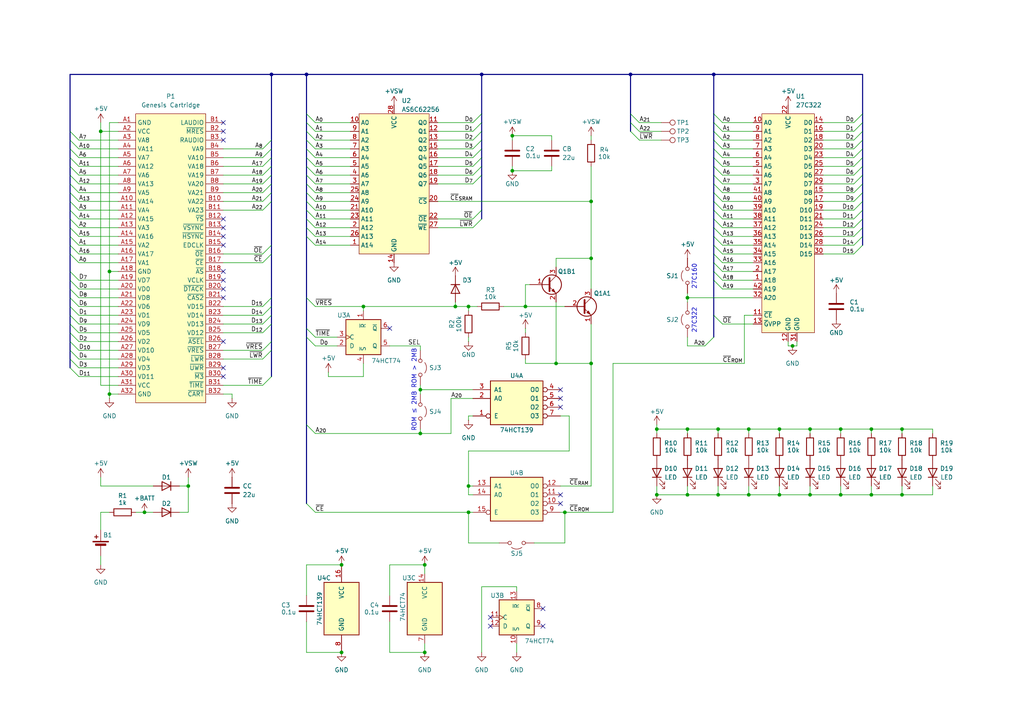
<source format=kicad_sch>
(kicad_sch (version 20231120) (generator "eeschema") (generator_version "8.0")
  (paper "A4")
  (title_block (title "Genesis/Mega Drive Advanced UV EPROM Cartridge") (date "2025-08-22") (rev "1.1") (company "https://github.com/MouseBiteLabs/Genesis-Cartridges"))
  (lib_symbols
    (symbol "74xx:74HC74" (pin_names (offset 1.016))
      (property "Reference" "U" (at -7.62 8.89 0))
      (property "Value" "74HC74" (at -7.62 -8.89 0))
      (symbol "74HC74_1_0"
        (pin input line (at 0 -7.62 90) (length 2.54) (name "~{R}") (number "1"))
        (pin input line (at -7.62 2.54 0) (length 2.54) (name "D") (number "2"))
        (pin input clock (at -7.62 0 0) (length 2.54) (name "C") (number "3"))
        (pin input line (at 0 7.62 270) (length 2.54) (name "~{S}") (number "4"))
        (pin output line (at 7.62 2.54 180) (length 2.54) (name "Q") (number "5"))
        (pin output line (at 7.62 -2.54 180) (length 2.54) (name "~{Q}") (number "6"))
      )
      (symbol "74HC74_2_0"
        (pin input line (at 0 7.62 270) (length 2.54) (name "~{S}") (number "10"))
        (pin input clock (at -7.62 0 0) (length 2.54) (name "C") (number "11"))
        (pin input line (at -7.62 2.54 0) (length 2.54) (name "D") (number "12"))
        (pin input line (at 0 -7.62 90) (length 2.54) (name "~{R}") (number "13"))
        (pin output line (at 7.62 -2.54 180) (length 2.54) (name "~{Q}") (number "8"))
        (pin output line (at 7.62 2.54 180) (length 2.54) (name "Q") (number "9"))
      )
      (symbol "74HC74_3_0"
        (pin power_in line (at 0 10.16 270) (length 2.54) (name "VCC") (number "14"))
        (pin power_in line (at 0 -10.16 90) (length 2.54) (name "GND") (number "7"))
      )
    )
    (symbol "Bucketmouse:27C322"
      (property "Reference" "U" (at -7.62 31.75 0))
      (property "Value" "27C322" (at -10.414 -34.29 0))
      (symbol "27C322_1_1"
        (pin input line (at -10.16 -17.78 0) (length 2.54) (name "A18") (number "1"))
        (pin input line (at -10.16 27.94 0) (length 2.54) (name "A0") (number "10"))
        (pin input line (at -10.16 -27.94 0) (length 2.54) (name "~{CE}") (number "11"))
        (pin power_in line (at 0 -35.56 90) (length 2.54) (name "GND") (number "12"))
        (pin input line (at -10.16 -30.48 0) (length 2.54) (name "~{G}VPP") (number "13"))
        (pin tri_state line (at 10.16 27.94 180) (length 2.54) (name "D0") (number "14"))
        (pin tri_state line (at 10.16 7.62 180) (length 2.54) (name "D8") (number "15"))
        (pin tri_state line (at 10.16 25.4 180) (length 2.54) (name "D1") (number "16"))
        (pin tri_state line (at 10.16 5.08 180) (length 2.54) (name "D9") (number "17"))
        (pin tri_state line (at 10.16 22.86 180) (length 2.54) (name "D2") (number "18"))
        (pin tri_state line (at 10.16 2.54 180) (length 2.54) (name "D10") (number "19"))
        (pin input line (at -10.16 -15.24 0) (length 2.54) (name "A17") (number "2"))
        (pin tri_state line (at 10.16 20.32 180) (length 2.54) (name "D3") (number "20"))
        (pin tri_state line (at 10.16 0 180) (length 2.54) (name "D11") (number "21"))
        (pin power_in line (at 0 33.02 270) (length 2.54) (name "VCC") (number "22"))
        (pin tri_state line (at 10.16 17.78 180) (length 2.54) (name "D4") (number "23"))
        (pin tri_state line (at 10.16 -2.54 180) (length 2.54) (name "D12") (number "24"))
        (pin tri_state line (at 10.16 15.24 180) (length 2.54) (name "D5") (number "25"))
        (pin tri_state line (at 10.16 -5.08 180) (length 2.54) (name "D13") (number "26"))
        (pin tri_state line (at 10.16 12.7 180) (length 2.54) (name "D6") (number "27"))
        (pin tri_state line (at 10.16 -7.62 180) (length 2.54) (name "D14") (number "28"))
        (pin tri_state line (at 10.16 10.16 180) (length 2.54) (name "D7") (number "29"))
        (pin input line (at -10.16 10.16 0) (length 2.54) (name "A7") (number "3"))
        (pin tri_state line (at 10.16 -10.16 180) (length 2.54) (name "D15") (number "30"))
        (pin power_in line (at 2.54 -35.56 90) (length 2.54) (name "GND") (number "31"))
        (pin input line (at -10.16 -22.86 0) (length 2.54) (name "A20") (number "32"))
        (pin input line (at -10.16 -12.7 0) (length 2.54) (name "A16") (number "33"))
        (pin input line (at -10.16 -10.16 0) (length 2.54) (name "A15") (number "34"))
        (pin input line (at -10.16 -7.62 0) (length 2.54) (name "A14") (number "35"))
        (pin input line (at -10.16 -5.08 0) (length 2.54) (name "A13") (number "36"))
        (pin input line (at -10.16 -2.54 0) (length 2.54) (name "A12") (number "37"))
        (pin input line (at -10.16 0 0) (length 2.54) (name "A11") (number "38"))
        (pin input line (at -10.16 2.54 0) (length 2.54) (name "A10") (number "39"))
        (pin input line (at -10.16 12.7 0) (length 2.54) (name "A6") (number "4"))
        (pin input line (at -10.16 5.08 0) (length 2.54) (name "A9") (number "40"))
        (pin input line (at -10.16 7.62 0) (length 2.54) (name "A8") (number "41"))
        (pin input line (at -10.16 -20.32 0) (length 2.54) (name "A19") (number "42"))
        (pin input line (at -10.16 15.24 0) (length 2.54) (name "A5") (number "5"))
        (pin input line (at -10.16 17.78 0) (length 2.54) (name "A4") (number "6"))
        (pin input line (at -10.16 20.32 0) (length 2.54) (name "A3") (number "7"))
        (pin input line (at -10.16 22.86 0) (length 2.54) (name "A2") (number "8"))
        (pin input line (at -10.16 25.4 0) (length 2.54) (name "A1") (number "9"))
      )
    )
    (symbol "Bucketmouse:74LS139" (pin_names (offset 1.016))
      (property "Reference" "U" (at -7.62 8.89 0))
      (property "Value" "74LS139" (at -7.62 -8.89 0))
      (symbol "74LS139_1_0"
        (pin input inverted (at -12.7 -5.08 0) (length 5.08) (name "E") (number "1"))
        (pin input line (at -12.7 0 0) (length 5.08) (name "A0") (number "2"))
        (pin input line (at -12.7 2.54 0) (length 5.08) (name "A1") (number "3"))
        (pin output inverted (at 12.7 2.54 180) (length 5.08) (name "O0") (number "4"))
        (pin output inverted (at 12.7 0 180) (length 5.08) (name "O1") (number "5"))
        (pin output inverted (at 12.7 -2.54 180) (length 5.08) (name "O2") (number "6"))
        (pin output inverted (at 12.7 -5.08 180) (length 5.08) (name "O3") (number "7"))
      )
      (symbol "74LS139_2_0"
        (pin output inverted (at 12.7 -2.54 180) (length 5.08) (name "O2") (number "10"))
        (pin output inverted (at 12.7 0 180) (length 5.08) (name "O1") (number "11"))
        (pin output inverted (at 12.7 2.54 180) (length 5.08) (name "O0") (number "12"))
        (pin input line (at -12.7 2.54 0) (length 5.08) (name "A1") (number "13"))
        (pin input line (at -12.7 0 0) (length 5.08) (name "A0") (number "14"))
        (pin input inverted (at -12.7 -5.08 0) (length 5.08) (name "E") (number "15"))
        (pin output inverted (at 12.7 -5.08 180) (length 5.08) (name "O3") (number "9"))
      )
      (symbol "74LS139_3_0"
        (pin power_in line (at 0 12.7 270) (length 5.08) (name "VCC") (number "16"))
        (pin power_in line (at 0 -12.7 90) (length 5.08) (name "GND") (number "8"))
      )
    )
    (symbol "Bucketmouse:AS6C62256"
      (property "Reference" "U" (at -10.16 20.955 0))
      (property "Value" "AS6C62256" (at 2.54 20.955 0))
      (symbol "AS6C62256_0_0"
        (pin power_in line (at 0 -22.86 90) (length 2.54) (name "GND") (number "14"))
        (pin power_in line (at 0 22.86 270) (length 2.54) (name "VCC") (number "28"))
      )
      (symbol "AS6C62256_1_1"
        (pin input line (at -12.7 -17.78 0) (length 2.54) (name "A14") (number "1"))
        (pin input line (at -12.7 17.78 0) (length 2.54) (name "A0") (number "10"))
        (pin tri_state line (at 12.7 17.78 180) (length 2.54) (name "Q0") (number "11"))
        (pin tri_state line (at 12.7 15.24 180) (length 2.54) (name "Q1") (number "12"))
        (pin tri_state line (at 12.7 12.7 180) (length 2.54) (name "Q2") (number "13"))
        (pin tri_state line (at 12.7 10.16 180) (length 2.54) (name "Q3") (number "15"))
        (pin tri_state line (at 12.7 7.62 180) (length 2.54) (name "Q4") (number "16"))
        (pin tri_state line (at 12.7 5.08 180) (length 2.54) (name "Q5") (number "17"))
        (pin tri_state line (at 12.7 2.54 180) (length 2.54) (name "Q6") (number "18"))
        (pin tri_state line (at 12.7 0 180) (length 2.54) (name "Q7") (number "19"))
        (pin input line (at -12.7 -12.7 0) (length 2.54) (name "A12") (number "2"))
        (pin input line (at 12.7 -5.08 180) (length 2.54) (name "~{CS}") (number "20"))
        (pin input line (at -12.7 -7.62 0) (length 2.54) (name "A10") (number "21"))
        (pin input line (at 12.7 -10.16 180) (length 2.54) (name "~{OE}") (number "22"))
        (pin input line (at -12.7 -10.16 0) (length 2.54) (name "A11") (number "23"))
        (pin input line (at -12.7 -5.08 0) (length 2.54) (name "A9") (number "24"))
        (pin input line (at -12.7 -2.54 0) (length 2.54) (name "A8") (number "25"))
        (pin input line (at -12.7 -15.24 0) (length 2.54) (name "A13") (number "26"))
        (pin input line (at 12.7 -12.7 180) (length 2.54) (name "~{WE}") (number "27"))
        (pin input line (at -12.7 0 0) (length 2.54) (name "A7") (number "3"))
        (pin input line (at -12.7 2.54 0) (length 2.54) (name "A6") (number "4"))
        (pin input line (at -12.7 5.08 0) (length 2.54) (name "A5") (number "5"))
        (pin input line (at -12.7 7.62 0) (length 2.54) (name "A4") (number "6"))
        (pin input line (at -12.7 10.16 0) (length 2.54) (name "A3") (number "7"))
        (pin input line (at -12.7 12.7 0) (length 2.54) (name "A2") (number "8"))
        (pin input line (at -12.7 15.24 0) (length 2.54) (name "A1") (number "9"))
      )
    )
    (symbol "Bucketmouse:Genesis_Cart_Edge"
      (property "Reference" "U" (at 0 34.29 0))
      (property "Value" "SNES_Cartridge" (at 0 32.004 0))
      (symbol "Genesis_Cart_Edge_1_1"
        (pin power_out line (at -15.24 27.94 0) (length 5.08) (name "GND") (number "A1"))
        (pin output line (at -15.24 5.08 0) (length 5.08) (name "VA14") (number "A10"))
        (pin output line (at -15.24 2.54 0) (length 5.08) (name "VA4") (number "A11"))
        (pin output line (at -15.24 0 0) (length 5.08) (name "VA15") (number "A12"))
        (pin output line (at -15.24 -2.54 0) (length 5.08) (name "VA3") (number "A13"))
        (pin output line (at -15.24 -5.08 0) (length 5.08) (name "VA16") (number "A14"))
        (pin output line (at -15.24 -7.62 0) (length 5.08) (name "VA2") (number "A15"))
        (pin output line (at -15.24 -10.16 0) (length 5.08) (name "VA17") (number "A16"))
        (pin output line (at -15.24 -12.7 0) (length 5.08) (name "VA1") (number "A17"))
        (pin power_out line (at -15.24 -15.24 0) (length 5.08) (name "GND") (number "A18"))
        (pin bidirectional line (at -15.24 -17.78 0) (length 5.08) (name "VD7") (number "A19"))
        (pin power_out line (at -15.24 25.4 0) (length 5.08) (name "VCC") (number "A2"))
        (pin bidirectional line (at -15.24 -20.32 0) (length 5.08) (name "VD0") (number "A20"))
        (pin bidirectional line (at -15.24 -22.86 0) (length 5.08) (name "VD8") (number "A21"))
        (pin bidirectional line (at -15.24 -25.4 0) (length 5.08) (name "VD6") (number "A22"))
        (pin bidirectional line (at -15.24 -27.94 0) (length 5.08) (name "VD1") (number "A23"))
        (pin bidirectional line (at -15.24 -30.48 0) (length 5.08) (name "VD9") (number "A24"))
        (pin bidirectional line (at -15.24 -33.02 0) (length 5.08) (name "VD5") (number "A25"))
        (pin bidirectional line (at -15.24 -35.56 0) (length 5.08) (name "VD2") (number "A26"))
        (pin bidirectional line (at -15.24 -38.1 0) (length 5.08) (name "VD10") (number "A27"))
        (pin bidirectional line (at -15.24 -40.64 0) (length 5.08) (name "VD4") (number "A28"))
        (pin bidirectional line (at -15.24 -43.18 0) (length 5.08) (name "VD3") (number "A29"))
        (pin output line (at -15.24 22.86 0) (length 5.08) (name "VA8") (number "A3"))
        (pin bidirectional line (at -15.24 -45.72 0) (length 5.08) (name "VD11") (number "A30"))
        (pin power_out line (at -15.24 -48.26 0) (length 5.08) (name "VCC") (number "A31"))
        (pin power_out line (at -15.24 -50.8 0) (length 5.08) (name "GND") (number "A32"))
        (pin output line (at -15.24 20.32 0) (length 5.08) (name "VA11") (number "A4"))
        (pin output line (at -15.24 17.78 0) (length 5.08) (name "VA7") (number "A5"))
        (pin output line (at -15.24 15.24 0) (length 5.08) (name "VA12") (number "A6"))
        (pin output line (at -15.24 12.7 0) (length 5.08) (name "VA6") (number "A7"))
        (pin output line (at -15.24 10.16 0) (length 5.08) (name "VA13") (number "A8"))
        (pin output line (at -15.24 7.62 0) (length 5.08) (name "VA5") (number "A9"))
        (pin input line (at 15.24 27.94 180) (length 5.08) (name "LAUDIO") (number "B1"))
        (pin output line (at 15.24 5.08 180) (length 5.08) (name "VA22") (number "B10"))
        (pin output line (at 15.24 2.54 180) (length 5.08) (name "VA23") (number "B11"))
        (pin output line (at 15.24 0 180) (length 5.08) (name "~{YS}") (number "B12"))
        (pin output line (at 15.24 -2.54 180) (length 5.08) (name "~{VSYNC}") (number "B13"))
        (pin output line (at 15.24 -5.08 180) (length 5.08) (name "~{HSYNC}") (number "B14"))
        (pin output line (at 15.24 -7.62 180) (length 5.08) (name "EDCLK") (number "B15"))
        (pin output line (at 15.24 -10.16 180) (length 5.08) (name "~{OE}") (number "B16"))
        (pin output line (at 15.24 -12.7 180) (length 5.08) (name "~{CE}") (number "B17"))
        (pin output line (at 15.24 -15.24 180) (length 5.08) (name "~{AS}") (number "B18"))
        (pin output line (at 15.24 -17.78 180) (length 5.08) (name "VCLK") (number "B19"))
        (pin output line (at 15.24 25.4 180) (length 5.08) (name "~{MRES}") (number "B2"))
        (pin input line (at 15.24 -20.32 180) (length 5.08) (name "~{DTACK}") (number "B20"))
        (pin output line (at 15.24 -22.86 180) (length 5.08) (name "~{CAS2}") (number "B21"))
        (pin bidirectional line (at 15.24 -25.4 180) (length 5.08) (name "VD15") (number "B22"))
        (pin bidirectional line (at 15.24 -27.94 180) (length 5.08) (name "VD14") (number "B23"))
        (pin bidirectional line (at 15.24 -30.48 180) (length 5.08) (name "VD13") (number "B24"))
        (pin bidirectional line (at 15.24 -33.02 180) (length 5.08) (name "VD12") (number "B25"))
        (pin output line (at 15.24 -35.56 180) (length 5.08) (name "~{ASEL}") (number "B26"))
        (pin output line (at 15.24 -38.1 180) (length 5.08) (name "~{VRES}") (number "B27"))
        (pin output line (at 15.24 -40.64 180) (length 5.08) (name "~{LWR}") (number "B28"))
        (pin output line (at 15.24 -43.18 180) (length 5.08) (name "~{UWR}") (number "B29"))
        (pin input line (at 15.24 22.86 180) (length 5.08) (name "RAUDIO") (number "B3"))
        (pin input line (at 15.24 -45.72 180) (length 5.08) (name "~{M3}") (number "B30"))
        (pin output line (at 15.24 -48.26 180) (length 5.08) (name "~{TIME}") (number "B31"))
        (pin input line (at 15.24 -50.8 180) (length 5.08) (name "~{CART}") (number "B32"))
        (pin output line (at 15.24 20.32 180) (length 5.08) (name "VA9") (number "B4"))
        (pin output line (at 15.24 17.78 180) (length 5.08) (name "VA10") (number "B5"))
        (pin output line (at 15.24 15.24 180) (length 5.08) (name "VA18") (number "B6"))
        (pin output line (at 15.24 12.7 180) (length 5.08) (name "VA19") (number "B7"))
        (pin output line (at 15.24 10.16 180) (length 5.08) (name "VA20") (number "B8"))
        (pin output line (at 15.24 7.62 180) (length 5.08) (name "VA21") (number "B9"))
      )
    )
    (symbol "Connector:TestPoint" (pin_numbers hide) (pin_names (offset 0.762) hide)
      (property "Reference" "TP" (at 0 6.858 0))
      (property "Value" "TestPoint" (at 0 5.08 0))
      (symbol "TestPoint_1_1"
        (pin passive line (at 0 0 90) (length 2.54) (name "1") (number "1"))
      )
    )
    (symbol "Device:Battery_Cell" (pin_numbers hide) (pin_names (offset 0) hide)
      (property "Reference" "BT" (at 2.54 2.54 0))
      (property "Value" "Battery_Cell" (at 2.54 0 0))
      (symbol "Battery_Cell_1_1"
        (pin passive line (at 0 5.08 270) (length 2.54) (name "+") (number "1"))
        (pin passive line (at 0 -2.54 90) (length 2.54) (name "-") (number "2"))
      )
    )
    (symbol "Device:C" (pin_numbers hide) (pin_names (offset 0.254))
      (property "Reference" "C" (at 0.635 2.54 0))
      (property "Value" "C" (at 0.635 -2.54 0))
      (symbol "C_1_1"
        (pin passive line (at 0 3.81 270) (length 2.794) (name "~") (number "1"))
        (pin passive line (at 0 -3.81 90) (length 2.794) (name "~") (number "2"))
      )
    )
    (symbol "Device:D" (pin_numbers hide) (pin_names (offset 1.016) hide)
      (property "Reference" "D" (at 0 2.54 0))
      (property "Value" "D" (at 0 -2.54 0))
      (symbol "D_1_1"
        (pin passive line (at -3.81 0 0) (length 2.54) (name "K") (number "1"))
        (pin passive line (at 3.81 0 180) (length 2.54) (name "A") (number "2"))
      )
    )
    (symbol "Device:LED" (pin_numbers hide) (pin_names (offset 1.016) hide)
      (property "Reference" "D" (at 0 2.54 0))
      (property "Value" "LED" (at 0 -2.54 0))
      (symbol "LED_1_1"
        (pin passive line (at -3.81 0 0) (length 2.54) (name "K") (number "1"))
        (pin passive line (at 3.81 0 180) (length 2.54) (name "A") (number "2"))
      )
    )
    (symbol "Device:R" (pin_numbers hide) (pin_names (offset 0))
      (property "Reference" "R" (at 2.032 0 90))
      (property "Value" "R" (at 0 0 90))
      (symbol "R_1_1"
        (pin passive line (at 0 3.81 270) (length 1.27) (name "~") (number "1"))
        (pin passive line (at 0 -3.81 90) (length 1.27) (name "~") (number "2"))
      )
    )
    (symbol "Jumper:Jumper_2_Open" (pin_numbers hide) (pin_names (offset 0) hide) (exclude_from_sim yes)
      (property "Reference" "JP" (at 0 2.794 0))
      (property "Value" "Jumper_2_Open" (at 0 -2.286 0))
      (symbol "Jumper_2_Open_1_1"
        (pin passive line (at -5.08 0 0) (length 2.54) (name "A") (number "1"))
        (pin passive line (at 5.08 0 180) (length 2.54) (name "B") (number "2"))
      )
    )
    (symbol "Transistor_BJT:2N3904" (pin_names (offset 0) hide)
      (property "Reference" "Q" (at 5.08 1.905 0))
      (property "Value" "2N3904" (at 5.08 0 0))
      (symbol "2N3904_1_1"
        (pin passive line (at 2.54 -5.08 90) (length 2.54) (name "E") (number "1"))
        (pin passive line (at -5.08 0 0) (length 5.715) (name "B") (number "2"))
        (pin passive line (at 2.54 5.08 270) (length 2.54) (name "C") (number "3"))
      )
    )
    (symbol "Transistor_BJT:MMBT3904" (pin_names (offset 0) hide)
      (property "Reference" "Q" (at 5.08 1.905 0))
      (property "Value" "MMBT3904" (at 5.08 0 0))
      (symbol "MMBT3904_1_1"
        (pin input line (at -5.08 0 0) (length 5.715) (name "B") (number "1"))
        (pin passive line (at 2.54 -5.08 90) (length 2.54) (name "E") (number "2"))
        (pin passive line (at 2.54 5.08 270) (length 2.54) (name "C") (number "3"))
      )
    )
    (symbol "power:+5V" (power) (pin_numbers hide) (pin_names (offset 0) hide)
      (property "Value" "+5V" (at 0 3.556 0))
      (symbol "+5V_1_1"
        (pin power_in line (at 0 0 90) (length 0) (name "~") (number "1"))
      )
    )
    (symbol "power:+BATT" (power) (pin_numbers hide) (pin_names (offset 0) hide)
      (property "Value" "+BATT" (at 0 3.556 0))
      (symbol "+BATT_1_1"
        (pin power_in line (at 0 0 90) (length 0) (name "~") (number "1"))
      )
    )
    (symbol "power:+VSW" (power) (pin_numbers hide) (pin_names (offset 0) hide)
      (property "Value" "+VSW" (at 0 3.556 0))
      (symbol "+VSW_1_1"
        (pin power_in line (at 0 0 90) (length 0) (name "~") (number "1"))
      )
    )
    (symbol "power:GND" (power) (pin_numbers hide) (pin_names (offset 0) hide)
      (property "Value" "GND" (at 0 -3.81 0))
      (symbol "GND_1_1"
        (pin power_in line (at 0 0 270) (length 0) (name "~") (number "1"))
      )
    )
  )
  (junction (at 135.89 88.9))
  (junction (at 148.59 49.53))
  (junction (at 99.06 189.23))
  (junction (at 148.59 39.37))
  (junction (at 199.39 143.51))
  (junction (at 208.28 124.46))
  (junction (at 226.06 124.46))
  (junction (at 78.74 21.59))
  (junction (at 199.39 124.46))
  (junction (at 226.06 143.51))
  (junction (at 207.01 21.59))
  (junction (at 171.45 58.42))
  (junction (at 161.29 105.41))
  (junction (at 217.17 124.46))
  (junction (at 31.75 114.3))
  (junction (at 99.06 163.83))
  (junction (at 29.21 38.1))
  (junction (at 41.91 148.59))
  (junction (at 199.39 86.36))
  (junction (at 243.84 124.46))
  (junction (at 152.4 88.9))
  (junction (at 252.73 124.46))
  (junction (at 171.45 74.93))
  (junction (at 171.45 105.41))
  (junction (at 121.92 113.03))
  (junction (at 229.87 100.33))
  (junction (at 135.89 148.59))
  (junction (at 54.61 140.97))
  (junction (at 208.28 143.51))
  (junction (at 139.7 21.59))
  (junction (at 252.73 143.51))
  (junction (at 31.75 78.74))
  (junction (at 234.95 143.51))
  (junction (at 234.95 124.46))
  (junction (at 123.19 163.83))
  (junction (at 261.62 143.51))
  (junction (at 88.9 21.59))
  (junction (at 135.89 140.97))
  (junction (at 190.5 143.51))
  (junction (at 182.88 21.59))
  (junction (at 261.62 124.46))
  (junction (at 163.83 148.59))
  (junction (at 105.41 88.9))
  (junction (at 121.92 125.73))
  (junction (at 123.19 189.23))
  (junction (at 243.84 143.51))
  (junction (at 132.08 88.9))
  (junction (at 217.17 143.51))
  (junction (at 190.5 124.46))
  (no_connect (at 64.77 38.1))
  (no_connect (at 64.77 35.56))
  (no_connect (at 64.77 106.68))
  (no_connect (at 113.03 95.25))
  (no_connect (at 64.77 81.28))
  (no_connect (at 64.77 71.12))
  (no_connect (at 162.56 113.03))
  (no_connect (at 142.24 179.07))
  (no_connect (at 64.77 86.36))
  (no_connect (at 157.48 181.61))
  (no_connect (at 142.24 181.61))
  (no_connect (at 162.56 146.05))
  (no_connect (at 162.56 115.57))
  (no_connect (at 64.77 68.58))
  (no_connect (at 162.56 143.51))
  (no_connect (at 157.48 176.53))
  (no_connect (at 162.56 118.11))
  (no_connect (at 64.77 63.5))
  (no_connect (at 64.77 83.82))
  (no_connect (at 64.77 99.06))
  (no_connect (at 64.77 66.04))
  (no_connect (at 64.77 40.64))
  (no_connect (at 64.77 78.74))
  (no_connect (at 64.77 109.22))
  (bus_entry (at 182.88 33.02) (size 2.54 2.54))
  (bus_entry (at 88.9 53.34) (size 2.54 2.54))
  (bus_entry (at 78.74 48.26) (size -2.54 2.54))
  (bus_entry (at 78.74 86.36) (size -2.54 2.54))
  (bus_entry (at 78.74 99.06) (size -2.54 2.54))
  (bus_entry (at 207.01 58.42) (size 2.54 2.54))
  (bus_entry (at 78.74 71.12) (size -2.54 2.54))
  (bus_entry (at 78.74 88.9) (size -2.54 2.54))
  (bus_entry (at 20.32 78.74) (size 2.54 2.54))
  (bus_entry (at 207.01 73.66) (size 2.54 2.54))
  (bus_entry (at 207.01 76.2) (size 2.54 2.54))
  (bus_entry (at 88.9 48.26) (size 2.54 2.54))
  (bus_entry (at 20.32 50.8) (size 2.54 2.54))
  (bus_entry (at 207.01 78.74) (size 2.54 2.54))
  (bus_entry (at 20.32 38.1) (size 2.54 2.54))
  (bus_entry (at 78.74 43.18) (size -2.54 2.54))
  (bus_entry (at 20.32 73.66) (size 2.54 2.54))
  (bus_entry (at 78.74 50.8) (size -2.54 2.54))
  (bus_entry (at 20.32 81.28) (size 2.54 2.54))
  (bus_entry (at 78.74 109.22) (size -2.54 2.54))
  (bus_entry (at 88.9 35.56) (size 2.54 2.54))
  (bus_entry (at 20.32 45.72) (size 2.54 2.54))
  (bus_entry (at 88.9 55.88) (size 2.54 2.54))
  (bus_entry (at 250.19 43.18) (size -2.54 2.54))
  (bus_entry (at 78.74 91.44) (size -2.54 2.54))
  (bus_entry (at 182.88 35.56) (size 2.54 2.54))
  (bus_entry (at 88.9 40.64) (size 2.54 2.54))
  (bus_entry (at 139.7 48.26) (size -2.54 2.54))
  (bus_entry (at 207.01 81.28) (size 2.54 2.54))
  (bus_entry (at 88.9 50.8) (size 2.54 2.54))
  (bus_entry (at 88.9 63.5) (size 2.54 2.54))
  (bus_entry (at 88.9 43.18) (size 2.54 2.54))
  (bus_entry (at 20.32 43.18) (size 2.54 2.54))
  (bus_entry (at 250.19 33.02) (size -2.54 2.54))
  (bus_entry (at 139.7 43.18) (size -2.54 2.54))
  (bus_entry (at 20.32 66.04) (size 2.54 2.54))
  (bus_entry (at 88.9 146.05) (size 2.54 2.54))
  (bus_entry (at 88.9 45.72) (size 2.54 2.54))
  (bus_entry (at 207.01 50.8) (size 2.54 2.54))
  (bus_entry (at 88.9 97.79) (size 2.54 2.54))
  (bus_entry (at 207.01 60.96) (size 2.54 2.54))
  (bus_entry (at 207.01 43.18) (size 2.54 2.54))
  (bus_entry (at 20.32 63.5) (size 2.54 2.54))
  (bus_entry (at 139.7 40.64) (size -2.54 2.54))
  (bus_entry (at 207.01 68.58) (size 2.54 2.54))
  (bus_entry (at 250.19 58.42) (size -2.54 2.54))
  (bus_entry (at 78.74 101.6) (size -2.54 2.54))
  (bus_entry (at 139.7 33.02) (size -2.54 2.54))
  (bus_entry (at 20.32 104.14) (size 2.54 2.54))
  (bus_entry (at 139.7 38.1) (size -2.54 2.54))
  (bus_entry (at 88.9 33.02) (size 2.54 2.54))
  (bus_entry (at 20.32 106.68) (size 2.54 2.54))
  (bus_entry (at 88.9 95.25) (size 2.54 2.54))
  (bus_entry (at 78.74 45.72) (size -2.54 2.54))
  (bus_entry (at 207.01 35.56) (size 2.54 2.54))
  (bus_entry (at 78.74 55.88) (size -2.54 2.54))
  (bus_entry (at 20.32 86.36) (size 2.54 2.54))
  (bus_entry (at 20.32 68.58) (size 2.54 2.54))
  (bus_entry (at 182.88 38.1) (size 2.54 2.54))
  (bus_entry (at 207.01 55.88) (size 2.54 2.54))
  (bus_entry (at 88.9 86.36) (size 2.54 2.54))
  (bus_entry (at 20.32 58.42) (size 2.54 2.54))
  (bus_entry (at 20.32 71.12) (size 2.54 2.54))
  (bus_entry (at 20.32 53.34) (size 2.54 2.54))
  (bus_entry (at 20.32 60.96) (size 2.54 2.54))
  (bus_entry (at 20.32 96.52) (size 2.54 2.54))
  (bus_entry (at 250.19 63.5) (size -2.54 2.54))
  (bus_entry (at 20.32 48.26) (size 2.54 2.54))
  (bus_entry (at 20.32 83.82) (size 2.54 2.54))
  (bus_entry (at 139.7 63.5) (size -2.54 2.54))
  (bus_entry (at 88.9 66.04) (size 2.54 2.54))
  (bus_entry (at 250.19 38.1) (size -2.54 2.54))
  (bus_entry (at 20.32 93.98) (size 2.54 2.54))
  (bus_entry (at 250.19 71.12) (size -2.54 2.54))
  (bus_entry (at 207.01 97.79) (size -2.54 2.54))
  (bus_entry (at 88.9 58.42) (size 2.54 2.54))
  (bus_entry (at 78.74 73.66) (size -2.54 2.54))
  (bus_entry (at 88.9 60.96) (size 2.54 2.54))
  (bus_entry (at 207.01 91.44) (size 2.54 2.54))
  (bus_entry (at 139.7 60.96) (size -2.54 2.54))
  (bus_entry (at 250.19 68.58) (size -2.54 2.54))
  (bus_entry (at 78.74 58.42) (size -2.54 2.54))
  (bus_entry (at 207.01 66.04) (size 2.54 2.54))
  (bus_entry (at 207.01 33.02) (size 2.54 2.54))
  (bus_entry (at 20.32 99.06) (size 2.54 2.54))
  (bus_entry (at 250.19 40.64) (size -2.54 2.54))
  (bus_entry (at 139.7 35.56) (size -2.54 2.54))
  (bus_entry (at 250.19 45.72) (size -2.54 2.54))
  (bus_entry (at 20.32 40.64) (size 2.54 2.54))
  (bus_entry (at 139.7 50.8) (size -2.54 2.54))
  (bus_entry (at 20.32 101.6) (size 2.54 2.54))
  (bus_entry (at 207.01 40.64) (size 2.54 2.54))
  (bus_entry (at 207.01 53.34) (size 2.54 2.54))
  (bus_entry (at 207.01 45.72) (size 2.54 2.54))
  (bus_entry (at 20.32 55.88) (size 2.54 2.54))
  (bus_entry (at 207.01 48.26) (size 2.54 2.54))
  (bus_entry (at 250.19 55.88) (size -2.54 2.54))
  (bus_entry (at 88.9 123.19) (size 2.54 2.54))
  (bus_entry (at 207.01 71.12) (size 2.54 2.54))
  (bus_entry (at 250.19 60.96) (size -2.54 2.54))
  (bus_entry (at 250.19 53.34) (size -2.54 2.54))
  (bus_entry (at 207.01 38.1) (size 2.54 2.54))
  (bus_entry (at 88.9 68.58) (size 2.54 2.54))
  (bus_entry (at 139.7 45.72) (size -2.54 2.54))
  (bus_entry (at 20.32 88.9) (size 2.54 2.54))
  (bus_entry (at 250.19 50.8) (size -2.54 2.54))
  (bus_entry (at 250.19 35.56) (size -2.54 2.54))
  (bus_entry (at 88.9 38.1) (size 2.54 2.54))
  (bus_entry (at 78.74 93.98) (size -2.54 2.54))
  (bus_entry (at 250.19 48.26) (size -2.54 2.54))
  (bus_entry (at 250.19 66.04) (size -2.54 2.54))
  (bus_entry (at 78.74 40.64) (size -2.54 2.54))
  (bus_entry (at 207.01 63.5) (size 2.54 2.54))
  (bus_entry (at 20.32 91.44) (size 2.54 2.54))
  (bus_entry (at 78.74 53.34) (size -2.54 2.54))
  (bus (pts (xy 250.19 38.1) (xy 250.19 40.64)))
  (wire (pts (xy 135.89 157.48) (xy 144.78 157.48)))
  (wire (pts (xy 22.86 91.44) (xy 34.29 91.44)))
  (wire (pts (xy 162.56 148.59) (xy 163.83 148.59)))
  (wire (pts (xy 270.51 124.46) (xy 270.51 125.73)))
  (wire (pts (xy 67.31 114.3) (xy 67.31 115.57)))
  (bus (pts (xy 20.32 91.44) (xy 20.32 88.9)))
  (wire (pts (xy 22.86 81.28) (xy 34.29 81.28)))
  (wire (pts (xy 160.02 49.53) (xy 148.59 49.53)))
  (wire (pts (xy 127 53.34) (xy 137.16 53.34)))
  (bus (pts (xy 88.9 60.96) (xy 88.9 58.42)))
  (bus (pts (xy 207.01 50.8) (xy 207.01 48.26)))
  (wire (pts (xy 31.75 114.3) (xy 31.75 115.57)))
  (wire (pts (xy 22.86 60.96) (xy 34.29 60.96)))
  (wire (pts (xy 22.86 86.36) (xy 34.29 86.36)))
  (bus (pts (xy 88.9 68.58) (xy 88.9 86.36)))
  (wire (pts (xy 209.55 45.72) (xy 218.44 45.72)))
  (wire (pts (xy 105.41 90.17) (xy 105.41 88.9)))
  (wire (pts (xy 247.65 73.66) (xy 238.76 73.66)))
  (wire (pts (xy 162.56 120.65) (xy 165.1 120.65)))
  (wire (pts (xy 22.86 99.06) (xy 34.29 99.06)))
  (wire (pts (xy 127 58.42) (xy 171.45 58.42)))
  (wire (pts (xy 149.86 186.69) (xy 149.86 189.23)))
  (bus (pts (xy 88.9 63.5) (xy 88.9 60.96)))
  (wire (pts (xy 146.05 88.9) (xy 152.4 88.9)))
  (wire (pts (xy 39.37 148.59) (xy 41.91 148.59)))
  (wire (pts (xy 149.86 170.18) (xy 149.86 171.45)))
  (wire (pts (xy 199.39 86.36) (xy 218.44 86.36)))
  (bus (pts (xy 78.74 53.34) (xy 78.74 55.88)))
  (wire (pts (xy 137.16 38.1) (xy 127 38.1)))
  (bus (pts (xy 250.19 48.26) (xy 250.19 50.8)))
  (wire (pts (xy 76.2 91.44) (xy 64.77 91.44)))
  (bus (pts (xy 250.19 43.18) (xy 250.19 45.72)))
  (wire (pts (xy 64.77 101.6) (xy 76.2 101.6)))
  (bus (pts (xy 88.9 86.36) (xy 88.9 95.25)))
  (wire (pts (xy 226.06 143.51) (xy 234.95 143.51)))
  (wire (pts (xy 171.45 74.93) (xy 171.45 83.82)))
  (wire (pts (xy 190.5 124.46) (xy 190.5 125.73)))
  (wire (pts (xy 190.5 140.97) (xy 190.5 143.51)))
  (wire (pts (xy 160.02 39.37) (xy 160.02 40.64)))
  (wire (pts (xy 91.44 63.5) (xy 101.6 63.5)))
  (bus (pts (xy 207.01 63.5) (xy 207.01 60.96)))
  (wire (pts (xy 76.2 50.8) (xy 64.77 50.8)))
  (bus (pts (xy 182.88 35.56) (xy 182.88 38.1)))
  (wire (pts (xy 91.44 35.56) (xy 101.6 35.56)))
  (wire (pts (xy 208.28 143.51) (xy 217.17 143.51)))
  (wire (pts (xy 29.21 163.83) (xy 29.21 161.29)))
  (wire (pts (xy 247.65 45.72) (xy 238.76 45.72)))
  (wire (pts (xy 226.06 143.51) (xy 226.06 140.97)))
  (bus (pts (xy 88.9 21.59) (xy 88.9 33.02)))
  (wire (pts (xy 135.89 148.59) (xy 137.16 148.59)))
  (wire (pts (xy 64.77 114.3) (xy 67.31 114.3)))
  (wire (pts (xy 247.65 50.8) (xy 238.76 50.8)))
  (wire (pts (xy 163.83 157.48) (xy 154.94 157.48)))
  (bus (pts (xy 20.32 101.6) (xy 20.32 99.06)))
  (bus (pts (xy 88.9 58.42) (xy 88.9 55.88)))
  (bus (pts (xy 88.9 43.18) (xy 88.9 40.64)))
  (wire (pts (xy 54.61 138.43) (xy 54.61 140.97)))
  (bus (pts (xy 207.01 55.88) (xy 207.01 53.34)))
  (wire (pts (xy 208.28 124.46) (xy 217.17 124.46)))
  (wire (pts (xy 165.1 120.65) (xy 165.1 130.81)))
  (bus (pts (xy 250.19 50.8) (xy 250.19 53.34)))
  (bus (pts (xy 78.74 93.98) (xy 78.74 99.06)))
  (wire (pts (xy 41.91 148.59) (xy 44.45 148.59)))
  (bus (pts (xy 78.74 45.72) (xy 78.74 48.26)))
  (wire (pts (xy 34.29 111.76) (xy 29.21 111.76)))
  (wire (pts (xy 185.42 35.56) (xy 191.77 35.56)))
  (wire (pts (xy 149.86 170.18) (xy 139.7 170.18)))
  (bus (pts (xy 20.32 78.74) (xy 20.32 73.66)))
  (bus (pts (xy 20.32 40.64) (xy 20.32 38.1)))
  (bus (pts (xy 88.9 95.25) (xy 88.9 97.79)))
  (bus (pts (xy 20.32 55.88) (xy 20.32 53.34)))
  (wire (pts (xy 199.39 124.46) (xy 199.39 125.73)))
  (wire (pts (xy 22.86 53.34) (xy 34.29 53.34)))
  (wire (pts (xy 105.41 88.9) (xy 132.08 88.9)))
  (bus (pts (xy 78.74 21.59) (xy 78.74 40.64)))
  (bus (pts (xy 88.9 35.56) (xy 88.9 33.02)))
  (bus (pts (xy 250.19 68.58) (xy 250.19 71.12)))
  (wire (pts (xy 177.8 105.41) (xy 215.9 105.41)))
  (wire (pts (xy 209.55 71.12) (xy 218.44 71.12)))
  (wire (pts (xy 199.39 143.51) (xy 199.39 140.97)))
  (bus (pts (xy 88.9 97.79) (xy 88.9 123.19)))
  (bus (pts (xy 78.74 43.18) (xy 78.74 45.72)))
  (wire (pts (xy 209.55 35.56) (xy 218.44 35.56)))
  (bus (pts (xy 207.01 68.58) (xy 207.01 66.04)))
  (bus (pts (xy 78.74 86.36) (xy 78.74 88.9)))
  (wire (pts (xy 208.28 143.51) (xy 208.28 140.97)))
  (bus (pts (xy 250.19 33.02) (xy 250.19 35.56)))
  (wire (pts (xy 76.2 48.26) (xy 64.77 48.26)))
  (wire (pts (xy 209.55 50.8) (xy 218.44 50.8)))
  (wire (pts (xy 88.9 189.23) (xy 99.06 189.23)))
  (wire (pts (xy 243.84 143.51) (xy 243.84 140.97)))
  (bus (pts (xy 250.19 63.5) (xy 250.19 66.04)))
  (bus (pts (xy 207.01 91.44) (xy 207.01 97.79)))
  (wire (pts (xy 29.21 38.1) (xy 29.21 111.76)))
  (wire (pts (xy 135.89 130.81) (xy 135.89 140.97)))
  (wire (pts (xy 229.87 100.33) (xy 231.14 100.33)))
  (wire (pts (xy 226.06 124.46) (xy 226.06 125.73)))
  (wire (pts (xy 135.89 143.51) (xy 135.89 140.97)))
  (wire (pts (xy 247.65 63.5) (xy 238.76 63.5)))
  (bus (pts (xy 182.88 21.59) (xy 207.01 21.59)))
  (bus (pts (xy 88.9 50.8) (xy 88.9 48.26)))
  (wire (pts (xy 91.44 68.58) (xy 101.6 68.58)))
  (wire (pts (xy 64.77 111.76) (xy 76.2 111.76)))
  (wire (pts (xy 76.2 43.18) (xy 64.77 43.18)))
  (bus (pts (xy 20.32 86.36) (xy 20.32 83.82)))
  (wire (pts (xy 209.55 81.28) (xy 218.44 81.28)))
  (wire (pts (xy 29.21 38.1) (xy 34.29 38.1)))
  (wire (pts (xy 252.73 124.46) (xy 261.62 124.46)))
  (wire (pts (xy 247.65 55.88) (xy 238.76 55.88)))
  (wire (pts (xy 132.08 88.9) (xy 135.89 88.9)))
  (wire (pts (xy 148.59 39.37) (xy 148.59 40.64)))
  (wire (pts (xy 130.81 115.57) (xy 137.16 115.57)))
  (bus (pts (xy 78.74 40.64) (xy 78.74 43.18)))
  (bus (pts (xy 88.9 123.19) (xy 88.9 146.05)))
  (bus (pts (xy 20.32 60.96) (xy 20.32 58.42)))
  (wire (pts (xy 247.65 38.1) (xy 238.76 38.1)))
  (wire (pts (xy 199.39 86.36) (xy 199.39 87.63)))
  (wire (pts (xy 132.08 87.63) (xy 132.08 88.9)))
  (wire (pts (xy 247.65 71.12) (xy 238.76 71.12)))
  (wire (pts (xy 199.39 143.51) (xy 208.28 143.51)))
  (wire (pts (xy 185.42 40.64) (xy 191.77 40.64)))
  (wire (pts (xy 209.55 40.64) (xy 218.44 40.64)))
  (bus (pts (xy 139.7 21.59) (xy 139.7 33.02)))
  (wire (pts (xy 31.75 78.74) (xy 31.75 114.3)))
  (wire (pts (xy 76.2 88.9) (xy 64.77 88.9)))
  (wire (pts (xy 121.92 113.03) (xy 137.16 113.03)))
  (bus (pts (xy 88.9 68.58) (xy 88.9 66.04)))
  (bus (pts (xy 20.32 88.9) (xy 20.32 86.36)))
  (bus (pts (xy 78.74 58.42) (xy 78.74 71.12)))
  (wire (pts (xy 199.39 85.09) (xy 199.39 86.36)))
  (wire (pts (xy 234.95 124.46) (xy 243.84 124.46)))
  (wire (pts (xy 171.45 48.26) (xy 171.45 58.42)))
  (wire (pts (xy 91.44 148.59) (xy 135.89 148.59)))
  (wire (pts (xy 22.86 109.22) (xy 34.29 109.22)))
  (wire (pts (xy 209.55 38.1) (xy 218.44 38.1)))
  (bus (pts (xy 20.32 45.72) (xy 20.32 43.18)))
  (wire (pts (xy 76.2 53.34) (xy 64.77 53.34)))
  (wire (pts (xy 64.77 76.2) (xy 76.2 76.2)))
  (wire (pts (xy 121.92 111.76) (xy 121.92 113.03)))
  (wire (pts (xy 121.92 125.73) (xy 121.92 124.46)))
  (wire (pts (xy 171.45 93.98) (xy 171.45 105.41)))
  (wire (pts (xy 217.17 143.51) (xy 226.06 143.51)))
  (wire (pts (xy 91.44 50.8) (xy 101.6 50.8)))
  (bus (pts (xy 182.88 33.02) (xy 182.88 35.56)))
  (wire (pts (xy 137.16 120.65) (xy 135.89 120.65)))
  (wire (pts (xy 163.83 148.59) (xy 163.83 157.48)))
  (wire (pts (xy 162.56 140.97) (xy 171.45 140.97)))
  (bus (pts (xy 207.01 81.28) (xy 207.01 78.74)))
  (wire (pts (xy 105.41 109.22) (xy 105.41 105.41)))
  (bus (pts (xy 78.74 91.44) (xy 78.74 93.98)))
  (wire (pts (xy 91.44 40.64) (xy 101.6 40.64)))
  (bus (pts (xy 78.74 101.6) (xy 78.74 109.22)))
  (bus (pts (xy 20.32 43.18) (xy 20.32 40.64)))
  (bus (pts (xy 139.7 60.96) (xy 139.7 63.5)))
  (wire (pts (xy 190.5 124.46) (xy 199.39 124.46)))
  (wire (pts (xy 91.44 66.04) (xy 101.6 66.04)))
  (wire (pts (xy 261.62 143.51) (xy 261.62 140.97)))
  (wire (pts (xy 91.44 100.33) (xy 97.79 100.33)))
  (bus (pts (xy 88.9 66.04) (xy 88.9 63.5)))
  (wire (pts (xy 137.16 143.51) (xy 135.89 143.51)))
  (bus (pts (xy 139.7 33.02) (xy 139.7 35.56)))
  (wire (pts (xy 99.06 163.83) (xy 88.9 163.83)))
  (bus (pts (xy 78.74 71.12) (xy 78.74 73.66)))
  (wire (pts (xy 137.16 48.26) (xy 127 48.26)))
  (wire (pts (xy 121.92 125.73) (xy 91.44 125.73)))
  (wire (pts (xy 177.8 105.41) (xy 177.8 148.59)))
  (wire (pts (xy 208.28 124.46) (xy 208.28 125.73)))
  (bus (pts (xy 250.19 55.88) (xy 250.19 58.42)))
  (wire (pts (xy 252.73 143.51) (xy 252.73 140.97)))
  (wire (pts (xy 209.55 43.18) (xy 218.44 43.18)))
  (wire (pts (xy 91.44 45.72) (xy 101.6 45.72)))
  (wire (pts (xy 215.9 105.41) (xy 215.9 91.44)))
  (wire (pts (xy 113.03 180.34) (xy 113.03 189.23)))
  (wire (pts (xy 123.19 163.83) (xy 113.03 163.83)))
  (wire (pts (xy 135.89 140.97) (xy 137.16 140.97)))
  (wire (pts (xy 91.44 97.79) (xy 97.79 97.79)))
  (wire (pts (xy 29.21 140.97) (xy 29.21 138.43)))
  (bus (pts (xy 207.01 60.96) (xy 207.01 58.42)))
  (bus (pts (xy 250.19 53.34) (xy 250.19 55.88)))
  (wire (pts (xy 152.4 82.55) (xy 152.4 88.9)))
  (wire (pts (xy 209.55 48.26) (xy 218.44 48.26)))
  (bus (pts (xy 139.7 35.56) (xy 139.7 38.1)))
  (wire (pts (xy 252.73 143.51) (xy 261.62 143.51)))
  (bus (pts (xy 182.88 21.59) (xy 182.88 33.02)))
  (bus (pts (xy 250.19 35.56) (xy 250.19 38.1)))
  (bus (pts (xy 78.74 55.88) (xy 78.74 58.42)))
  (wire (pts (xy 152.4 82.55) (xy 153.67 82.55)))
  (bus (pts (xy 88.9 38.1) (xy 88.9 35.56)))
  (wire (pts (xy 243.84 143.51) (xy 252.73 143.51)))
  (wire (pts (xy 247.65 43.18) (xy 238.76 43.18)))
  (bus (pts (xy 20.32 53.34) (xy 20.32 50.8)))
  (wire (pts (xy 209.55 83.82) (xy 218.44 83.82)))
  (bus (pts (xy 139.7 38.1) (xy 139.7 40.64)))
  (wire (pts (xy 22.86 88.9) (xy 34.29 88.9)))
  (wire (pts (xy 247.65 58.42) (xy 238.76 58.42)))
  (bus (pts (xy 207.01 35.56) (xy 207.01 33.02)))
  (wire (pts (xy 231.14 100.33) (xy 231.14 99.06)))
  (wire (pts (xy 209.55 60.96) (xy 218.44 60.96)))
  (bus (pts (xy 20.32 48.26) (xy 20.32 45.72)))
  (wire (pts (xy 76.2 58.42) (xy 64.77 58.42)))
  (bus (pts (xy 139.7 50.8) (xy 139.7 60.96)))
  (wire (pts (xy 123.19 163.83) (xy 123.19 166.37)))
  (wire (pts (xy 217.17 124.46) (xy 226.06 124.46)))
  (wire (pts (xy 105.41 88.9) (xy 91.44 88.9)))
  (bus (pts (xy 20.32 68.58) (xy 20.32 66.04)))
  (wire (pts (xy 243.84 124.46) (xy 243.84 125.73)))
  (wire (pts (xy 31.75 78.74) (xy 34.29 78.74)))
  (wire (pts (xy 209.55 63.5) (xy 218.44 63.5)))
  (bus (pts (xy 250.19 60.96) (xy 250.19 63.5)))
  (bus (pts (xy 207.01 66.04) (xy 207.01 63.5)))
  (wire (pts (xy 121.92 113.03) (xy 121.92 114.3)))
  (wire (pts (xy 209.55 53.34) (xy 218.44 53.34)))
  (wire (pts (xy 76.2 55.88) (xy 64.77 55.88)))
  (wire (pts (xy 22.86 96.52) (xy 34.29 96.52)))
  (bus (pts (xy 78.74 73.66) (xy 78.74 86.36)))
  (wire (pts (xy 54.61 140.97) (xy 54.61 148.59)))
  (bus (pts (xy 20.32 38.1) (xy 20.32 21.59)))
  (wire (pts (xy 209.55 55.88) (xy 218.44 55.88)))
  (wire (pts (xy 247.65 68.58) (xy 238.76 68.58)))
  (bus (pts (xy 207.01 21.59) (xy 250.19 21.59)))
  (bus (pts (xy 207.01 81.28) (xy 207.01 91.44)))
  (bus (pts (xy 207.01 40.64) (xy 207.01 38.1)))
  (wire (pts (xy 261.62 124.46) (xy 261.62 125.73)))
  (wire (pts (xy 22.86 58.42) (xy 34.29 58.42)))
  (bus (pts (xy 250.19 66.04) (xy 250.19 68.58)))
  (wire (pts (xy 209.55 78.74) (xy 218.44 78.74)))
  (wire (pts (xy 185.42 38.1) (xy 191.77 38.1)))
  (wire (pts (xy 161.29 87.63) (xy 161.29 105.41)))
  (bus (pts (xy 20.32 96.52) (xy 20.32 93.98)))
  (wire (pts (xy 64.77 104.14) (xy 76.2 104.14)))
  (wire (pts (xy 171.45 58.42) (xy 171.45 74.93)))
  (wire (pts (xy 135.89 99.06) (xy 135.89 97.79)))
  (bus (pts (xy 88.9 53.34) (xy 88.9 50.8)))
  (wire (pts (xy 135.89 88.9) (xy 138.43 88.9)))
  (bus (pts (xy 20.32 21.59) (xy 78.74 21.59)))
  (wire (pts (xy 113.03 163.83) (xy 113.03 172.72)))
  (wire (pts (xy 209.55 66.04) (xy 218.44 66.04)))
  (bus (pts (xy 88.9 40.64) (xy 88.9 38.1)))
  (wire (pts (xy 209.55 68.58) (xy 218.44 68.58)))
  (bus (pts (xy 20.32 106.68) (xy 20.32 104.14)))
  (wire (pts (xy 135.89 88.9) (xy 135.89 90.17)))
  (bus (pts (xy 139.7 48.26) (xy 139.7 50.8)))
  (wire (pts (xy 217.17 143.51) (xy 217.17 140.97)))
  (wire (pts (xy 22.86 76.2) (xy 34.29 76.2)))
  (wire (pts (xy 135.89 120.65) (xy 135.89 121.92)))
  (wire (pts (xy 234.95 143.51) (xy 243.84 143.51)))
  (bus (pts (xy 88.9 45.72) (xy 88.9 43.18)))
  (bus (pts (xy 207.01 43.18) (xy 207.01 40.64)))
  (wire (pts (xy 190.5 123.19) (xy 190.5 124.46)))
  (wire (pts (xy 76.2 45.72) (xy 64.77 45.72)))
  (wire (pts (xy 139.7 170.18) (xy 139.7 189.23)))
  (wire (pts (xy 127 66.04) (xy 137.16 66.04)))
  (wire (pts (xy 226.06 124.46) (xy 234.95 124.46)))
  (wire (pts (xy 247.65 66.04) (xy 238.76 66.04)))
  (wire (pts (xy 209.55 58.42) (xy 218.44 58.42)))
  (wire (pts (xy 34.29 35.56) (xy 31.75 35.56)))
  (bus (pts (xy 139.7 45.72) (xy 139.7 48.26)))
  (wire (pts (xy 31.75 35.56) (xy 31.75 78.74)))
  (bus (pts (xy 88.9 55.88) (xy 88.9 53.34)))
  (wire (pts (xy 247.65 48.26) (xy 238.76 48.26)))
  (bus (pts (xy 250.19 40.64) (xy 250.19 43.18)))
  (wire (pts (xy 22.86 71.12) (xy 34.29 71.12)))
  (bus (pts (xy 20.32 71.12) (xy 20.32 68.58)))
  (wire (pts (xy 22.86 43.18) (xy 34.29 43.18)))
  (wire (pts (xy 76.2 93.98) (xy 64.77 93.98)))
  (wire (pts (xy 152.4 104.14) (xy 152.4 105.41)))
  (wire (pts (xy 95.25 107.95) (xy 95.25 109.22)))
  (wire (pts (xy 22.86 48.26) (xy 34.29 48.26)))
  (bus (pts (xy 207.01 53.34) (xy 207.01 50.8)))
  (wire (pts (xy 22.86 40.64) (xy 34.29 40.64)))
  (wire (pts (xy 204.47 100.33) (xy 199.39 100.33)))
  (wire (pts (xy 91.44 58.42) (xy 101.6 58.42)))
  (wire (pts (xy 22.86 73.66) (xy 34.29 73.66)))
  (wire (pts (xy 137.16 45.72) (xy 127 45.72)))
  (wire (pts (xy 215.9 91.44) (xy 218.44 91.44)))
  (wire (pts (xy 22.86 63.5) (xy 34.29 63.5)))
  (bus (pts (xy 139.7 43.18) (xy 139.7 45.72)))
  (bus (pts (xy 78.74 99.06) (xy 78.74 101.6)))
  (wire (pts (xy 64.77 73.66) (xy 76.2 73.66)))
  (wire (pts (xy 22.86 106.68) (xy 34.29 106.68)))
  (wire (pts (xy 234.95 124.46) (xy 234.95 125.73)))
  (wire (pts (xy 261.62 124.46) (xy 270.51 124.46)))
  (bus (pts (xy 207.01 45.72) (xy 207.01 43.18)))
  (wire (pts (xy 29.21 148.59) (xy 29.21 153.67)))
  (wire (pts (xy 190.5 143.51) (xy 199.39 143.51)))
  (wire (pts (xy 152.4 95.25) (xy 152.4 96.52)))
  (wire (pts (xy 161.29 74.93) (xy 171.45 74.93)))
  (wire (pts (xy 54.61 148.59) (xy 52.07 148.59)))
  (wire (pts (xy 152.4 105.41) (xy 161.29 105.41)))
  (wire (pts (xy 130.81 125.73) (xy 121.92 125.73)))
  (bus (pts (xy 20.32 66.04) (xy 20.32 63.5)))
  (wire (pts (xy 29.21 35.56) (xy 29.21 38.1)))
  (bus (pts (xy 250.19 58.42) (xy 250.19 60.96)))
  (wire (pts (xy 137.16 43.18) (xy 127 43.18)))
  (wire (pts (xy 91.44 55.88) (xy 101.6 55.88)))
  (wire (pts (xy 148.59 39.37) (xy 160.02 39.37)))
  (wire (pts (xy 31.75 114.3) (xy 34.29 114.3)))
  (wire (pts (xy 127 63.5) (xy 137.16 63.5)))
  (wire (pts (xy 31.75 148.59) (xy 29.21 148.59)))
  (wire (pts (xy 52.07 140.97) (xy 54.61 140.97)))
  (wire (pts (xy 270.51 143.51) (xy 270.51 140.97)))
  (wire (pts (xy 91.44 38.1) (xy 101.6 38.1)))
  (wire (pts (xy 209.55 76.2) (xy 218.44 76.2)))
  (bus (pts (xy 20.32 50.8) (xy 20.32 48.26)))
  (wire (pts (xy 91.44 60.96) (xy 101.6 60.96)))
  (bus (pts (xy 20.32 73.66) (xy 20.32 71.12)))
  (wire (pts (xy 243.84 124.46) (xy 252.73 124.46)))
  (bus (pts (xy 207.01 48.26) (xy 207.01 45.72)))
  (wire (pts (xy 137.16 40.64) (xy 127 40.64)))
  (bus (pts (xy 78.74 21.59) (xy 88.9 21.59)))
  (bus (pts (xy 139.7 40.64) (xy 139.7 43.18)))
  (wire (pts (xy 247.65 35.56) (xy 238.76 35.56)))
  (wire (pts (xy 165.1 130.81) (xy 135.89 130.81)))
  (bus (pts (xy 207.01 58.42) (xy 207.01 55.88)))
  (wire (pts (xy 22.86 104.14) (xy 34.29 104.14)))
  (wire (pts (xy 113.03 100.33) (xy 121.92 100.33)))
  (wire (pts (xy 171.45 39.37) (xy 171.45 40.64)))
  (wire (pts (xy 88.9 180.34) (xy 88.9 189.23)))
  (wire (pts (xy 135.89 148.59) (xy 135.89 157.48)))
  (bus (pts (xy 20.32 99.06) (xy 20.32 96.52)))
  (wire (pts (xy 137.16 50.8) (xy 127 50.8)))
  (wire (pts (xy 91.44 48.26) (xy 101.6 48.26)))
  (wire (pts (xy 91.44 53.34) (xy 101.6 53.34)))
  (wire (pts (xy 148.59 49.53) (xy 148.59 48.26)))
  (bus (pts (xy 207.01 21.59) (xy 207.01 33.02)))
  (bus (pts (xy 88.9 48.26) (xy 88.9 45.72)))
  (wire (pts (xy 22.86 66.04) (xy 34.29 66.04)))
  (wire (pts (xy 91.44 71.12) (xy 101.6 71.12)))
  (wire (pts (xy 228.6 100.33) (xy 229.87 100.33)))
  (wire (pts (xy 161.29 74.93) (xy 161.29 77.47)))
  (wire (pts (xy 22.86 93.98) (xy 34.29 93.98)))
  (wire (pts (xy 217.17 124.46) (xy 217.17 125.73)))
  (wire (pts (xy 209.55 73.66) (xy 218.44 73.66)))
  (bus (pts (xy 250.19 45.72) (xy 250.19 48.26)))
  (wire (pts (xy 22.86 55.88) (xy 34.29 55.88)))
  (wire (pts (xy 161.29 105.41) (xy 171.45 105.41)))
  (bus (pts (xy 207.01 71.12) (xy 207.01 68.58)))
  (wire (pts (xy 247.65 40.64) (xy 238.76 40.64)))
  (wire (pts (xy 160.02 48.26) (xy 160.02 49.53)))
  (bus (pts (xy 20.32 93.98) (xy 20.32 91.44)))
  (bus (pts (xy 20.32 83.82) (xy 20.32 81.28)))
  (bus (pts (xy 250.19 21.59) (xy 250.19 33.02)))
  (wire (pts (xy 121.92 100.33) (xy 121.92 101.6)))
  (wire (pts (xy 171.45 105.41) (xy 171.45 140.97)))
  (wire (pts (xy 234.95 143.51) (xy 234.95 140.97)))
  (wire (pts (xy 22.86 101.6) (xy 34.29 101.6)))
  (wire (pts (xy 95.25 109.22) (xy 105.41 109.22)))
  (bus (pts (xy 139.7 21.59) (xy 88.9 21.59)))
  (bus (pts (xy 20.32 63.5) (xy 20.32 60.96)))
  (bus (pts (xy 207.01 73.66) (xy 207.01 71.12)))
  (wire (pts (xy 22.86 50.8) (xy 34.29 50.8)))
  (wire (pts (xy 123.19 189.23) (xy 123.19 186.69)))
  (wire (pts (xy 261.62 143.51) (xy 270.51 143.51)))
  (wire (pts (xy 113.03 189.23) (xy 123.19 189.23)))
  (wire (pts (xy 22.86 45.72) (xy 34.29 45.72)))
  (wire (pts (xy 252.73 124.46) (xy 252.73 125.73)))
  (wire (pts (xy 137.16 35.56) (xy 127 35.56)))
  (wire (pts (xy 247.65 53.34) (xy 238.76 53.34)))
  (bus (pts (xy 207.01 76.2) (xy 207.01 73.66)))
  (wire (pts (xy 88.9 163.83) (xy 88.9 172.72)))
  (bus (pts (xy 139.7 21.59) (xy 182.88 21.59)))
  (wire (pts (xy 152.4 88.9) (xy 163.83 88.9)))
  (wire (pts (xy 130.81 115.57) (xy 130.81 125.73)))
  (bus (pts (xy 78.74 50.8) (xy 78.74 53.34)))
  (wire (pts (xy 29.21 140.97) (xy 44.45 140.97)))
  (bus (pts (xy 78.74 88.9) (xy 78.74 91.44)))
  (wire (pts (xy 228.6 99.06) (xy 228.6 100.33)))
  (bus (pts (xy 78.74 48.26) (xy 78.74 50.8)))
  (bus (pts (xy 20.32 81.28) (xy 20.32 78.74)))
  (wire (pts (xy 91.44 43.18) (xy 101.6 43.18)))
  (wire (pts (xy 247.65 60.96) (xy 238.76 60.96)))
  (wire (pts (xy 199.39 124.46) (xy 208.28 124.46)))
  (bus (pts (xy 207.01 78.74) (xy 207.01 76.2)))
  (wire (pts (xy 163.83 148.59) (xy 177.8 148.59)))
  (wire (pts (xy 199.39 100.33) (xy 199.39 97.79)))
  (wire (pts (xy 22.86 68.58) (xy 34.29 68.58)))
  (wire (pts (xy 209.55 93.98) (xy 218.44 93.98)))
  (bus (pts (xy 20.32 58.42) (xy 20.32 55.88)))
  (wire (pts (xy 76.2 96.52) (xy 64.77 96.52)))
  (bus (pts (xy 20.32 104.14) (xy 20.32 101.6)))
  (wire (pts (xy 76.2 60.96) (xy 64.77 60.96)))
  (bus (pts (xy 207.01 38.1) (xy 207.01 35.56)))
  (wire (pts (xy 22.86 83.82) (xy 34.29 83.82)))
  (text "ROM ≤ 2MB" (at 120.142 119.38 90) (effects (font (size 1.27 1.27))))
  (text "27C322" (at 201.422 92.964 90) (effects (font (size 1.27 1.27))))
  (text "ROM > 2MB" (at 120.142 106.934 90) (effects (font (size 1.27 1.27))))
  (text "27C160" (at 201.422 80.264 90) (effects (font (size 1.27 1.27))))
  (label "A_{7}" (at 22.86 40.64 0))
  (label "~{OE}" (at 209.55 93.98 0))
  (label "A_{6}" (at 22.86 45.72 0))
  (label "A_{2}" (at 209.55 40.64 0))
  (label "D_{3}" (at 22.86 106.68 0))
  (label "~{CE}_{ROM}" (at 165.1 148.59 0))
  (label "D_{5}" (at 247.65 48.26 180))
  (label "D_{10}" (at 22.86 101.6 0))
  (label "A_{10}" (at 91.44 60.96 0))
  (label "D_{12}" (at 76.2 96.52 180))
  (label "D_{7}" (at 137.16 53.34 180))
  (label "D_{15}" (at 247.65 73.66 180))
  (label "A_{15}" (at 22.86 68.58 0))
  (label "D_{1}" (at 137.16 38.1 180))
  (label "~{CE}" (at 76.2 76.2 180))
  (label "SEL" (at 121.92 100.33 180))
  (label "A_{16}" (at 209.55 76.2 0))
  (label "A_{3}" (at 22.86 60.96 0))
  (label "D_{9}" (at 22.86 93.98 0))
  (label "A_{11}" (at 209.55 63.5 0))
  (label "A_{18}" (at 76.2 50.8 180))
  (label "~{VRES}" (at 76.2 101.6 180))
  (label "A_{0}" (at 209.55 35.56 0))
  (label "A_{9}" (at 91.44 58.42 0))
  (label "~{CE}_{SRAM}" (at 137.16 58.42 180))
  (label "A_{8}" (at 76.2 43.18 180))
  (label "A_{4}" (at 209.55 45.72 0))
  (label "D_{2}" (at 247.65 40.64 180))
  (label "~{LWR}" (at 76.2 104.14 180))
  (label "A_{12}" (at 91.44 66.04 0))
  (label "A_{18}" (at 209.55 81.28 0))
  (label "D_{14}" (at 76.2 91.44 180))
  (label "A_{15}" (at 209.55 73.66 0))
  (label "~{CE}" (at 91.44 148.59 0))
  (label "D_{4}" (at 247.65 45.72 180))
  (label "D_{5}" (at 137.16 48.26 180))
  (label "D_{11}" (at 247.65 63.5 180))
  (label "D_{4}" (at 22.86 104.14 0))
  (label "D_{9}" (at 247.65 58.42 180))
  (label "A_{3}" (at 91.44 43.18 0))
  (label "A_{13}" (at 91.44 68.58 0))
  (label "A_{4}" (at 22.86 55.88 0))
  (label "A_{6}" (at 209.55 50.8 0))
  (label "A_{1}" (at 91.44 38.1 0))
  (label "D_{14}" (at 247.65 71.12 180))
  (label "D_{3}" (at 137.16 43.18 180))
  (label "~{CE}_{ROM}" (at 209.55 105.41 0))
  (label "A_{22}" (at 76.2 60.96 180))
  (label "~{LWR}" (at 185.42 40.64 0))
  (label "A_{6}" (at 91.44 50.8 0))
  (label "A_{9}" (at 76.2 45.72 180))
  (label "A_{13}" (at 22.86 58.42 0))
  (label "A_{16}" (at 22.86 73.66 0))
  (label "D_{15}" (at 76.2 88.9 180))
  (label "D_{0}" (at 22.86 83.82 0))
  (label "A_{5}" (at 91.44 48.26 0))
  (label "A_{10}" (at 22.86 43.18 0))
  (label "A_{8}" (at 91.44 55.88 0))
  (label "D_{2}" (at 137.16 40.64 180))
  (label "A_{2}" (at 91.44 40.64 0))
  (label "D_{8}" (at 22.86 86.36 0))
  (label "A_{1}" (at 22.86 71.12 0))
  (label "D_{13}" (at 76.2 93.98 180))
  (label "A_{21}" (at 185.42 35.56 0))
  (label "D_{2}" (at 22.86 99.06 0))
  (label "A_{0}" (at 22.86 76.2 0))
  (label "A_{20}" (at 76.2 55.88 180))
  (label "A_{0}" (at 91.44 35.56 0))
  (label "A_{19}" (at 76.2 53.34 180))
  (label "~{TIME}" (at 91.44 97.79 0))
  (label "A_{8}" (at 209.55 55.88 0))
  (label "A_{20}" (at 130.81 115.57 0))
  (label "D_{0}" (at 137.16 35.56 180))
  (label "A_{14}" (at 91.44 71.12 0))
  (label "A_{2}" (at 22.86 66.04 0))
  (label "D_{7}" (at 247.65 53.34 180))
  (label "D_{1}" (at 247.65 38.1 180))
  (label "~{CE}_{RAM}" (at 165.1 140.97 0))
  (label "A_{7}" (at 91.44 53.34 0))
  (label "A_{5}" (at 209.55 48.26 0))
  (label "A_{22}" (at 185.42 38.1 0))
  (label "D_{0}" (at 92.71 100.33 0))
  (label "A_{14}" (at 209.55 71.12 0))
  (label "A_{19}" (at 209.55 83.82 0))
  (label "A_{13}" (at 209.55 68.58 0))
  (label "D_{8}" (at 247.65 55.88 180))
  (label "~{LWR}" (at 137.16 66.04 180))
  (label "~{VRES}" (at 91.44 88.9 0))
  (label "A_{20}" (at 204.47 100.33 180))
  (label "A_{20}" (at 91.44 125.73 0))
  (label "D_{6}" (at 137.16 50.8 180))
  (label "~{OE}" (at 137.16 63.5 180))
  (label "D_{1}" (at 22.86 91.44 0))
  (label "D_{12}" (at 247.65 66.04 180))
  (label "D_{4}" (at 137.16 45.72 180))
  (label "A_{17}" (at 209.55 78.74 0))
  (label "D_{6}" (at 22.86 88.9 0))
  (label "~{TIME}" (at 76.2 111.76 180))
  (label "A_{11}" (at 22.86 48.26 0))
  (label "D_{3}" (at 247.65 43.18 180))
  (label "D_{0}" (at 247.65 35.56 180))
  (label "A_{12}" (at 209.55 66.04 0))
  (label "D_{7}" (at 22.86 81.28 0))
  (label "D_{11}" (at 22.86 109.22 0))
  (label "A_{14}" (at 22.86 63.5 0))
  (label "D_{6}" (at 247.65 50.8 180))
  (label "A_{17}" (at 76.2 48.26 180))
  (label "~{OE}" (at 76.2 73.66 180))
  (label "D_{5}" (at 22.86 96.52 0))
  (label "A_{4}" (at 91.44 45.72 0))
  (label "A_{3}" (at 209.55 43.18 0))
  (label "A_{11}" (at 91.44 63.5 0))
  (label "A_{1}" (at 209.55 38.1 0))
  (label "A_{7}" (at 209.55 53.34 0))
  (label "A_{10}" (at 209.55 60.96 0))
  (label "A_{5}" (at 22.86 50.8 0))
  (label "D_{13}" (at 247.65 68.58 180))
  (label "A_{21}" (at 76.2 58.42 180))
  (label "A_{12}" (at 22.86 53.34 0))
  (label "A_{9}" (at 209.55 58.42 0))
  (label "D_{10}" (at 247.65 60.96 180))
  (symbol (lib_id "Device:LED") (at 270.51 137.16 90) (unit 1)
    (property "Reference" "D19" (at 274.574 135.89 90))
    (property "Value" "LED" (at 274.574 138.43 90))
    (property "Footprint" "LED_SMD:LED_0603_1608Metric_Pad1.05x0.95mm_HandSolder" (effects (hide yes)))
    (property "Description" "Light emitting diode" (effects (hide yes)))
  )
  (symbol (lib_id "Device:R") (at 243.84 129.54 0) (unit 1)
    (property "Reference" "R16" (at 247.904 128.524 0))
    (property "Value" "10k" (at 247.904 130.556 0))
    (property "Footprint" "Bucketmouse:R_0603_1608Metric_Boxed" (effects (hide yes)))
    (property "Description" "Resistor" (effects (hide yes)))
  )
  (symbol (lib_id "power:+5V") (at 132.08 80.01 0) (unit 1)
    (property "Reference" "#PWR01" (effects (hide yes)))
    (property "Value" "+5V" (at 132.08 76.2 0))
    (property "Description" "Power symbol creates a global label with name \"+5V\"" (effects (hide yes)))
  )
  (symbol (lib_id "Device:R") (at 35.56 148.59 270) (mirror x) (unit 1)
    (property "Reference" "R1" (at 35.56 143.764 90))
    (property "Value" "1k" (at 35.56 145.796 90))
    (property "Footprint" "Bucketmouse:THT_SMT_0803" (effects (hide yes)))
    (property "Description" "Resistor" (effects (hide yes)))
  )
  (symbol (lib_id "Connector:TestPoint") (at 191.77 40.64 270) (mirror x) (unit 1)
    (property "Reference" "TP3" (at 198.12 40.64 90))
    (property "Value" "TPB1,27" (effects (hide yes)))
    (property "Footprint" "Bucketmouse:TestPoint_THTPad_D1.5mm_Drill0.7mm" (effects (hide yes)))
    (property "Description" "test point" (effects (hide yes)))
  )
  (symbol (lib_id "74xx:74HC74") (at 105.41 97.79 0) (mirror x) (unit 1)
    (property "Reference" "U3" (at 97.79 91.44 0) (effects (justify left)))
    (property "Value" "74HCT74" (at 107.696 104.648 0) (effects (justify left)))
    (property "Footprint" "Bucketmouse:DIP-14_W7.62mm" (effects (hide yes)))
    (property "Datasheet" "74xx/74hc_hct74.pdf" (effects (hide yes)))
    (property "Description" "Dual D Flip-flop, Set & Reset" (effects (hide yes)))
  )
  (symbol (lib_id "Device:C") (at 113.03 176.53 0) (mirror y) (unit 1)
    (property "Reference" "C4" (at 109.982 175.5139 0) (effects (justify left)))
    (property "Value" "0.1u" (at 109.982 177.546 0) (effects (justify left)))
    (property "Footprint" "Bucketmouse:THT_SMT_0803_SHORT" (effects (hide yes)))
    (property "Description" "Unpolarized capacitor" (effects (hide yes)))
  )
  (symbol (lib_id "Device:LED") (at 234.95 137.16 90) (unit 1)
    (property "Reference" "D15" (at 239.014 135.89 90))
    (property "Value" "LED" (at 239.014 138.43 90))
    (property "Footprint" "LED_SMD:LED_0603_1608Metric_Pad1.05x0.95mm_HandSolder" (effects (hide yes)))
    (property "Description" "Light emitting diode" (effects (hide yes)))
  )
  (symbol (lib_id "power:+VSW") (at 54.61 138.43 0) (mirror y) (unit 1)
    (property "Reference" "#PWR08" (effects (hide yes)))
    (property "Value" "+VSW" (at 54.61 134.366 0))
    (property "Description" "Power symbol creates a global label with name \"+VSW\"" (effects (hide yes)))
  )
  (symbol (lib_id "Device:R") (at 152.4 100.33 180) (unit 1)
    (property "Reference" "R5" (at 147.574 100.33 90))
    (property "Value" "10k" (at 149.606 100.33 90))
    (property "Footprint" "Bucketmouse:THT_SMT_0803" (effects (hide yes)))
    (property "Description" "Resistor" (effects (hide yes)))
  )
  (symbol (lib_id "Bucketmouse:74LS139") (at 99.06 176.53 0) (unit 3)
    (property "Reference" "U4" (at 93.98 167.64 0))
    (property "Value" "74HCT139" (at 92.71 176.53 90))
    (property "Footprint" "Bucketmouse:DIP-16_W7.62mm" (effects (hide yes)))
    (property "Datasheet" "http://www.ti.com/lit/ds/symlink/sn74ls139a.pdf" (effects (hide yes)))
    (property "Description" "Dual Decoder 1 of 4, Active low outputs" (effects (hide yes)))
  )
  (symbol (lib_id "Device:C") (at 242.57 88.9 0) (unit 1)
    (property "Reference" "C1" (at 246.38 87.6299 0) (effects (justify left)))
    (property "Value" "0.1u" (at 246.38 89.662 0) (effects (justify left)))
    (property "Footprint" "Bucketmouse:THT_SMT_0803_SHORT" (effects (hide yes)))
    (property "Description" "Unpolarized capacitor" (effects (hide yes)))
  )
  (symbol (lib_id "Jumper:Jumper_2_Open") (at 149.86 157.48 0) (mirror x) (unit 1) (exclude_from_sim yes)
    (property "Reference" "SJ5" (at 148.082 160.528 0) (effects (justify left)))
    (property "Value" "Jumper_2_Open" (effects (hide yes)))
    (property "Footprint" "Bucketmouse:SJ" (effects (hide yes)))
    (property "Description" "Jumper, 2-pole, open" (effects (hide yes)))
  )
  (symbol (lib_id "Transistor_BJT:2N3904") (at 168.91 88.9 0) (unit 1)
    (property "Reference" "Q1A1" (at 172.212 85.09 0) (effects (justify left)))
    (property "Value" "2N3904" (effects (hide yes)))
    (property "Footprint" "Bucketmouse:TO-92L_Inline_Wide" (effects (hide yes)))
    (property "Datasheet" "https://www.onsemi.com/pub/Collateral/2N3903-D.PDF" (effects (hide yes)))
    (property "Description" "0.2A Ic, 40V Vce, Small Signal NPN Transistor, TO-92" (effects (hide yes)))
  )
  (symbol (lib_id "74xx:74HC74") (at 123.19 176.53 0) (mirror y) (unit 3)
    (property "Reference" "U3" (at 120.65 167.64 0) (effects (justify left)))
    (property "Value" "74HCT74" (at 116.84 180.34 90) (effects (justify left)))
    (property "Footprint" "Bucketmouse:DIP-14_W7.62mm" (effects (hide yes)))
    (property "Datasheet" "74xx/74hc_hct74.pdf" (effects (hide yes)))
    (property "Description" "Dual D Flip-flop, Set & Reset" (effects (hide yes)))
  )
  (symbol (lib_id "Device:R") (at 190.5 129.54 0) (unit 1)
    (property "Reference" "R10" (at 194.564 128.524 0))
    (property "Value" "10k" (at 194.564 130.556 0))
    (property "Footprint" "Bucketmouse:R_0603_1608Metric_Boxed" (effects (hide yes)))
    (property "Description" "Resistor" (effects (hide yes)))
  )
  (symbol (lib_id "Device:R") (at 261.62 129.54 0) (unit 1)
    (property "Reference" "R18" (at 265.684 128.524 0))
    (property "Value" "10k" (at 265.684 130.556 0))
    (property "Footprint" "Bucketmouse:R_0603_1608Metric_Boxed" (effects (hide yes)))
    (property "Description" "Resistor" (effects (hide yes)))
  )
  (symbol (lib_id "Device:R") (at 142.24 88.9 90) (unit 1)
    (property "Reference" "R3" (at 142.24 84.074 90))
    (property "Value" "10k" (at 142.24 86.106 90))
    (property "Footprint" "Bucketmouse:THT_SMT_0803" (effects (hide yes)))
    (property "Description" "Resistor" (effects (hide yes)))
  )
  (symbol (lib_id "Jumper:Jumper_2_Open") (at 199.39 80.01 90) (unit 1) (exclude_from_sim yes)
    (property "Reference" "SJ1" (at 196.85 80.01 90) (effects (justify left)))
    (property "Value" "Jumper_2_Open" (effects (hide yes)))
    (property "Footprint" "Bucketmouse:SJ" (effects (hide yes)))
    (property "Description" "Jumper, 2-pole, open" (effects (hide yes)))
  )
  (symbol (lib_id "Bucketmouse:27C322") (at 228.6 63.5 0) (unit 1)
    (property "Reference" "U1" (at 230.7941 27.94 0) (effects (justify left)))
    (property "Value" "27C322" (at 230.7941 30.48 0) (effects (justify left)))
    (property "Footprint" "Bucketmouse:DIP-42_W15.24mm" (effects (hide yes)))
    (property "Datasheet" "https://static1.squarespace.com/static/51f517f0e4b01da70d01ca2a/t/5575515de4b0888fee6170ec/1433751901367/27C322.pdf" (effects (hide yes)))
    (property "Description" "32 Mbit UV EPROM" (effects (hide yes)))
  )
  (symbol (lib_id "power:GND") (at 123.19 189.23 0) (unit 1)
    (property "Reference" "#PWR017" (effects (hide yes)))
    (property "Value" "GND" (at 123.19 194.31 0))
    (property "Description" "Power symbol creates a global label with name \"GND\" , ground" (effects (hide yes)))
  )
  (symbol (lib_id "Bucketmouse:Genesis_Cart_Edge") (at 49.53 63.5 0) (unit 1)
    (property "Reference" "P1" (at 49.53 27.94 0))
    (property "Value" "Genesis Cartridge" (at 49.53 30.48 0))
    (property "Footprint" "Bucketmouse:GENESIS_CART" (effects (hide yes)))
  )
  (symbol (lib_id "Device:LED") (at 226.06 137.16 90) (unit 1)
    (property "Reference" "D14" (at 230.124 135.89 90))
    (property "Value" "LED" (at 230.124 138.43 90))
    (property "Footprint" "LED_SMD:LED_0603_1608Metric_Pad1.05x0.95mm_HandSolder" (effects (hide yes)))
    (property "Description" "Light emitting diode" (effects (hide yes)))
  )
  (symbol (lib_id "Device:LED") (at 243.84 137.16 90) (unit 1)
    (property "Reference" "D16" (at 247.904 135.89 90))
    (property "Value" "LED" (at 247.904 138.43 90))
    (property "Footprint" "LED_SMD:LED_0603_1608Metric_Pad1.05x0.95mm_HandSolder" (effects (hide yes)))
    (property "Description" "Light emitting diode" (effects (hide yes)))
  )
  (symbol (lib_id "Device:LED") (at 261.62 137.16 90) (unit 1)
    (property "Reference" "D18" (at 265.684 135.89 90))
    (property "Value" "LED" (at 265.684 138.43 90))
    (property "Footprint" "LED_SMD:LED_0603_1608Metric_Pad1.05x0.95mm_HandSolder" (effects (hide yes)))
    (property "Description" "Light emitting diode" (effects (hide yes)))
  )
  (symbol (lib_id "power:GND") (at 135.89 99.06 0) (unit 1)
    (property "Reference" "#PWR02" (effects (hide yes)))
    (property "Value" "GND" (at 135.89 102.87 0))
    (property "Description" "Power symbol creates a global label with name \"GND\" , ground" (effects (hide yes)))
  )
  (symbol (lib_id "power:GND") (at 139.7 189.23 0) (mirror y) (unit 1)
    (property "Reference" "#PWR019" (effects (hide yes)))
    (property "Value" "GND" (at 139.7 194.31 0))
    (property "Description" "Power symbol creates a global label with name \"GND\" , ground" (effects (hide yes)))
  )
  (symbol (lib_id "power:GND") (at 135.89 121.92 0) (mirror y) (unit 1)
    (property "Reference" "#PWR023" (effects (hide yes)))
    (property "Value" "GND" (at 135.89 127 0))
    (property "Description" "Power symbol creates a global label with name \"GND\" , ground" (effects (hide yes)))
  )
  (symbol (lib_id "Jumper:Jumper_2_Open") (at 199.39 92.71 90) (unit 1) (exclude_from_sim yes)
    (property "Reference" "SJ2" (at 196.85 92.71 90) (effects (justify left)))
    (property "Value" "Jumper_2_Open" (effects (hide yes)))
    (property "Footprint" "Bucketmouse:SJ" (effects (hide yes)))
    (property "Description" "Jumper, 2-pole, open" (effects (hide yes)))
  )
  (symbol (lib_id "power:+5V") (at 95.25 107.95 0) (unit 1)
    (property "Reference" "#PWR020" (effects (hide yes)))
    (property "Value" "+5V" (at 95.25 103.886 0))
    (property "Description" "Power symbol creates a global label with name \"+5V\"" (effects (hide yes)))
  )
  (symbol (lib_id "power:+5V") (at 190.5 123.19 0) (unit 1)
    (property "Reference" "#PWR029" (effects (hide yes)))
    (property "Value" "+5V" (at 190.5 119.38 0))
    (property "Description" "Power symbol creates a global label with name \"+5V\"" (effects (hide yes)))
  )
  (symbol (lib_id "Device:R") (at 208.28 129.54 0) (unit 1)
    (property "Reference" "R12" (at 212.344 128.524 0))
    (property "Value" "10k" (at 212.344 130.556 0))
    (property "Footprint" "Bucketmouse:R_0603_1608Metric_Boxed" (effects (hide yes)))
    (property "Description" "Resistor" (effects (hide yes)))
  )
  (symbol (lib_id "power:GND") (at 229.87 100.33 0) (mirror y) (unit 1)
    (property "Reference" "#PWR012" (effects (hide yes)))
    (property "Value" "GND" (at 229.87 105.41 0))
    (property "Description" "Power symbol creates a global label with name \"GND\" , ground" (effects (hide yes)))
  )
  (symbol (lib_id "Device:R") (at 217.17 129.54 0) (unit 1)
    (property "Reference" "R13" (at 221.234 128.524 0))
    (property "Value" "10k" (at 221.234 130.556 0))
    (property "Footprint" "Bucketmouse:R_0603_1608Metric_Boxed" (effects (hide yes)))
    (property "Description" "Resistor" (effects (hide yes)))
  )
  (symbol (lib_id "power:+5V") (at 99.06 163.83 0) (unit 1)
    (property "Reference" "#PWR021" (effects (hide yes)))
    (property "Value" "+5V" (at 99.06 159.766 0))
    (property "Description" "Power symbol creates a global label with name \"+5V\"" (effects (hide yes)))
  )
  (symbol (lib_id "power:GND") (at 114.3 76.2 0) (mirror y) (unit 1)
    (property "Reference" "#PWR015" (effects (hide yes)))
    (property "Value" "GND" (at 114.3 81.28 0))
    (property "Description" "Power symbol creates a global label with name \"GND\" , ground" (effects (hide yes)))
  )
  (symbol (lib_id "power:GND") (at 67.31 146.05 0) (mirror y) (unit 1)
    (property "Reference" "#PWR030" (effects (hide yes)))
    (property "Value" "GND" (at 67.31 151.13 0))
    (property "Description" "Power symbol creates a global label with name \"GND\" , ground" (effects (hide yes)))
  )
  (symbol (lib_id "Device:LED") (at 199.39 137.16 90) (unit 1)
    (property "Reference" "D11" (at 203.454 135.89 90))
    (property "Value" "LED" (at 203.454 138.43 90))
    (property "Footprint" "LED_SMD:LED_0603_1608Metric_Pad1.05x0.95mm_HandSolder" (effects (hide yes)))
    (property "Description" "Light emitting diode" (effects (hide yes)))
  )
  (symbol (lib_id "Device:LED") (at 252.73 137.16 90) (unit 1)
    (property "Reference" "D17" (at 256.794 135.89 90))
    (property "Value" "LED" (at 256.794 138.43 90))
    (property "Footprint" "LED_SMD:LED_0603_1608Metric_Pad1.05x0.95mm_HandSolder" (effects (hide yes)))
    (property "Description" "Light emitting diode" (effects (hide yes)))
  )
  (symbol (lib_id "Device:R") (at 135.89 93.98 180) (unit 1)
    (property "Reference" "R2" (at 131.064 93.98 90))
    (property "Value" "100k" (at 133.096 93.98 90))
    (property "Footprint" "Bucketmouse:THT_SMT_0803" (effects (hide yes)))
    (property "Description" "Resistor" (effects (hide yes)))
  )
  (symbol (lib_id "Device:Battery_Cell") (at 29.21 158.75 0) (mirror y) (unit 1)
    (property "Reference" "B1" (at 31.242 155.194 0))
    (property "Value" "CR2025" (effects (hide yes)))
    (property "Footprint" "Bucketmouse:COIN_CELL" (effects (hide yes)))
    (property "Description" "Single-cell battery" (effects (hide yes)))
  )
  (symbol (lib_id "Device:R") (at 234.95 129.54 0) (unit 1)
    (property "Reference" "R15" (at 239.014 128.524 0))
    (property "Value" "10k" (at 239.014 130.556 0))
    (property "Footprint" "Bucketmouse:R_0603_1608Metric_Boxed" (effects (hide yes)))
    (property "Description" "Resistor" (effects (hide yes)))
  )
  (symbol (lib_id "Jumper:Jumper_2_Open") (at 121.92 106.68 270) (mirror x) (unit 1) (exclude_from_sim yes)
    (property "Reference" "SJ3" (at 124.46 106.68 90) (effects (justify left)))
    (property "Value" "Jumper_2_Open" (effects (hide yes)))
    (property "Footprint" "Bucketmouse:SJ" (effects (hide yes)))
    (property "Description" "Jumper, 2-pole, open" (effects (hide yes)))
  )
  (symbol (lib_id "Device:D") (at 48.26 140.97 180) (unit 1)
    (property "Reference" "D1" (at 48.26 138.43 0))
    (property "Value" "D" (effects (hide yes)))
    (property "Footprint" "Bucketmouse:DIODE_THT_SMT" (effects (hide yes)))
    (property "Description" "Diode" (effects (hide yes)))
    (property "Sim.Device" "D" (effects (hide yes)))
    (property "Sim.Pins" "1=K 2=A" (effects (hide yes)))
  )
  (symbol (lib_id "Device:D") (at 48.26 148.59 0) (mirror y) (unit 1)
    (property "Reference" "D2" (at 48.26 146.05 0))
    (property "Value" "D" (effects (hide yes)))
    (property "Footprint" "Bucketmouse:DIODE_THT_SMT" (effects (hide yes)))
    (property "Description" "Diode" (effects (hide yes)))
    (property "Sim.Device" "D" (effects (hide yes)))
    (property "Sim.Pins" "1=K 2=A" (effects (hide yes)))
  )
  (symbol (lib_id "Device:LED") (at 217.17 137.16 90) (unit 1)
    (property "Reference" "D13" (at 221.234 135.89 90))
    (property "Value" "LED" (at 221.234 138.43 90))
    (property "Footprint" "LED_SMD:LED_0603_1608Metric_Pad1.05x0.95mm_HandSolder" (effects (hide yes)))
    (property "Description" "Light emitting diode" (effects (hide yes)))
  )
  (symbol (lib_id "Device:LED") (at 208.28 137.16 90) (unit 1)
    (property "Reference" "D12" (at 212.344 135.89 90))
    (property "Value" "LED" (at 212.344 138.43 90))
    (property "Footprint" "LED_SMD:LED_0603_1608Metric_Pad1.05x0.95mm_HandSolder" (effects (hide yes)))
    (property "Description" "Light emitting diode" (effects (hide yes)))
  )
  (symbol (lib_id "Connector:TestPoint") (at 191.77 38.1 270) (mirror x) (unit 1)
    (property "Reference" "TP2" (at 198.12 38.1 90))
    (property "Value" "TPB1,27" (effects (hide yes)))
    (property "Footprint" "Bucketmouse:TestPoint_THTPad_D1.5mm_Drill0.7mm" (effects (hide yes)))
    (property "Description" "test point" (effects (hide yes)))
  )
  (symbol (lib_id "power:GND") (at 31.75 115.57 0) (mirror y) (unit 1)
    (property "Reference" "#PWR010" (effects (hide yes)))
    (property "Value" "GND" (at 31.75 120.65 0))
    (property "Description" "Power symbol creates a global label with name \"GND\" , ground" (effects (hide yes)))
  )
  (symbol (lib_id "power:+5V") (at 152.4 95.25 0) (unit 1)
    (property "Reference" "#PWR04" (effects (hide yes)))
    (property "Value" "+5V" (at 152.4 91.44 0))
    (property "Description" "Power symbol creates a global label with name \"+5V\"" (effects (hide yes)))
  )
  (symbol (lib_id "Transistor_BJT:MMBT3904") (at 158.75 82.55 0) (unit 1)
    (property "Reference" "Q1B1" (at 161.798 78.74 0) (effects (justify left)))
    (property "Value" "MMBT3904" (effects (hide yes)))
    (property "Footprint" "Bucketmouse:SOT-23" (effects (hide yes)))
    (property "Datasheet" "https://www.onsemi.com/pdf/datasheet/pzt3904-d.pdf" (effects (hide yes)))
    (property "Description" "0.2A Ic, 40V Vce, Small Signal NPN Transistor, SOT-23" (effects (hide yes)))
  )
  (symbol (lib_id "Device:C") (at 148.59 44.45 0) (unit 1)
    (property "Reference" "C2" (at 152.4 43.1799 0) (effects (justify left)))
    (property "Value" "0.1u" (at 152.4 45.212 0) (effects (justify left)))
    (property "Footprint" "Bucketmouse:THT_SMT_0803_SHORT" (effects (hide yes)))
    (property "Description" "Unpolarized capacitor" (effects (hide yes)))
  )
  (symbol (lib_id "Device:D") (at 132.08 83.82 270) (unit 1)
    (property "Reference" "D3" (at 134.112 81.28 90) (effects (justify left)))
    (property "Value" "D" (effects (hide yes)))
    (property "Footprint" "Bucketmouse:DIODE_THT_SMT" (effects (hide yes)))
    (property "Description" "Diode" (effects (hide yes)))
    (property "Sim.Device" "D" (effects (hide yes)))
    (property "Sim.Pins" "1=K 2=A" (effects (hide yes)))
  )
  (symbol (lib_id "power:+BATT") (at 41.91 148.59 0) (unit 1)
    (property "Reference" "#PWR07" (effects (hide yes)))
    (property "Value" "+BATT" (at 41.91 144.526 0))
    (property "Description" "Power symbol creates a global label with name \"+BATT\"" (effects (hide yes)))
  )
  (symbol (lib_id "Bucketmouse:AS6C62256") (at 114.3 53.34 0) (unit 1)
    (property "Reference" "U2" (at 116.4941 29.21 0) (effects (justify left)))
    (property "Value" "AS6C62256" (at 116.4941 31.75 0) (effects (justify left)))
    (property "Footprint" "Bucketmouse:DIP-28_W15.24mm_DUAL" (effects (hide yes)))
  )
  (symbol (lib_id "Bucketmouse:74LS139") (at 149.86 143.51 0) (unit 2)
    (property "Reference" "U4" (at 149.86 137.16 0))
    (property "Value" "74HCT139" (effects (hide yes)))
    (property "Footprint" "Bucketmouse:DIP-16_W7.62mm" (effects (hide yes)))
    (property "Datasheet" "http://www.ti.com/lit/ds/symlink/sn74ls139a.pdf" (effects (hide yes)))
    (property "Description" "Dual Decoder 1 of 4, Active low outputs" (effects (hide yes)))
  )
  (symbol (lib_id "power:+5V") (at 67.31 138.43 0) (unit 1)
    (property "Reference" "#PWR031" (effects (hide yes)))
    (property "Value" "+5V" (at 67.31 134.366 0))
    (property "Description" "Power symbol creates a global label with name \"+5V\"" (effects (hide yes)))
  )
  (symbol (lib_id "power:+5V") (at 29.21 35.56 0) (unit 1)
    (property "Reference" "#PWR011" (effects (hide yes)))
    (property "Value" "+5V" (at 29.21 31.496 0))
    (property "Description" "Power symbol creates a global label with name \"+5V\"" (effects (hide yes)))
  )
  (symbol (lib_id "power:+VSW") (at 171.45 39.37 0) (unit 1)
    (property "Reference" "#PWR03" (effects (hide yes)))
    (property "Value" "+VSW" (at 171.45 35.306 0))
    (property "Description" "Power symbol creates a global label with name \"+VSW\"" (effects (hide yes)))
  )
  (symbol (lib_id "power:+5V") (at 199.39 74.93 0) (unit 1)
    (property "Reference" "#PWR024" (effects (hide yes)))
    (property "Value" "+5V" (at 199.39 70.866 0))
    (property "Description" "Power symbol creates a global label with name \"+5V\"" (effects (hide yes)))
  )
  (symbol (lib_id "power:+VSW") (at 114.3 30.48 0) (unit 1)
    (property "Reference" "#PWR014" (effects (hide yes)))
    (property "Value" "+VSW" (at 114.3 26.416 0))
    (property "Description" "Power symbol creates a global label with name \"+VSW\"" (effects (hide yes)))
  )
  (symbol (lib_id "power:GND") (at 99.06 189.23 0) (mirror y) (unit 1)
    (property "Reference" "#PWR016" (effects (hide yes)))
    (property "Value" "GND" (at 99.06 194.31 0))
    (property "Description" "Power symbol creates a global label with name \"GND\" , ground" (effects (hide yes)))
  )
  (symbol (lib_id "power:+5V") (at 228.6 30.48 0) (unit 1)
    (property "Reference" "#PWR013" (effects (hide yes)))
    (property "Value" "+5V" (at 228.6 26.416 0))
    (property "Description" "Power symbol creates a global label with name \"+5V\"" (effects (hide yes)))
  )
  (symbol (lib_id "Jumper:Jumper_2_Open") (at 121.92 119.38 270) (mirror x) (unit 1) (exclude_from_sim yes)
    (property "Reference" "SJ4" (at 124.46 119.38 90) (effects (justify left)))
    (property "Value" "Jumper_2_Open" (effects (hide yes)))
    (property "Footprint" "Bucketmouse:SJ" (effects (hide yes)))
    (property "Description" "Jumper, 2-pole, open" (effects (hide yes)))
  )
  (symbol (lib_id "Connector:TestPoint") (at 191.77 35.56 270) (mirror x) (unit 1)
    (property "Reference" "TP1" (at 198.12 35.56 90))
    (property "Value" "TPB1,27" (effects (hide yes)))
    (property "Footprint" "Bucketmouse:TestPoint_THTPad_D1.5mm_Drill0.7mm" (effects (hide yes)))
    (property "Description" "test point" (effects (hide yes)))
  )
  (symbol (lib_id "power:+5V") (at 123.19 163.83 0) (mirror y) (unit 1)
    (property "Reference" "#PWR022" (effects (hide yes)))
    (property "Value" "+5V" (at 123.19 159.766 0))
    (property "Description" "Power symbol creates a global label with name \"+5V\"" (effects (hide yes)))
  )
  (symbol (lib_id "Device:R") (at 270.51 129.54 0) (unit 1)
    (property "Reference" "R19" (at 274.574 128.524 0))
    (property "Value" "10k" (at 274.574 130.556 0))
    (property "Footprint" "Bucketmouse:R_0603_1608Metric_Boxed" (effects (hide yes)))
    (property "Description" "Resistor" (effects (hide yes)))
  )
  (symbol (lib_id "power:GND") (at 67.31 115.57 0) (mirror y) (unit 1)
    (property "Reference" "#PWR09" (effects (hide yes)))
    (property "Value" "GND" (at 67.31 120.65 0))
    (property "Description" "Power symbol creates a global label with name \"GND\" , ground" (effects (hide yes)))
  )
  (symbol (lib_id "power:GND") (at 29.21 163.83 0) (mirror y) (unit 1)
    (property "Reference" "#PWR06" (effects (hide yes)))
    (property "Value" "GND" (at 29.21 168.91 0))
    (property "Description" "Power symbol creates a global label with name \"GND\" , ground" (effects (hide yes)))
  )
  (symbol (lib_id "Device:C") (at 67.31 142.24 0) (unit 1)
    (property "Reference" "CC" (at 70.358 140.97 0) (effects (justify left)))
    (property "Value" "22u" (at 70.358 143.51 0) (effects (justify left)))
    (property "Footprint" "Bucketmouse:CP_Radial_D5.0mm_P2.50mm" (effects (hide yes)))
    (property "Description" "Unpolarized capacitor" (effects (hide yes)))
  )
  (symbol (lib_id "Device:C") (at 88.9 176.53 0) (unit 1)
    (property "Reference" "C3" (at 81.534 175.5139 0) (effects (justify left)))
    (property "Value" "0.1u" (at 81.534 177.546 0) (effects (justify left)))
    (property "Footprint" "Bucketmouse:THT_SMT_0803_SHORT" (effects (hide yes)))
    (property "Description" "Unpolarized capacitor" (effects (hide yes)))
  )
  (symbol (lib_id "Device:LED") (at 190.5 137.16 90) (unit 1)
    (property "Reference" "D10" (at 194.564 135.89 90))
    (property "Value" "LED" (at 194.564 138.43 90))
    (property "Footprint" "LED_SMD:LED_0603_1608Metric_Pad1.05x0.95mm_HandSolder" (effects (hide yes)))
    (property "Description" "Light emitting diode" (effects (hide yes)))
  )
  (symbol (lib_id "Device:R") (at 252.73 129.54 0) (unit 1)
    (property "Reference" "R17" (at 256.794 128.524 0))
    (property "Value" "10k" (at 256.794 130.556 0))
    (property "Footprint" "Bucketmouse:R_0603_1608Metric_Boxed" (effects (hide yes)))
    (property "Description" "Resistor" (effects (hide yes)))
  )
  (symbol (lib_id "power:+VSW") (at 148.59 39.37 0) (unit 1)
    (property "Reference" "#PWR032" (effects (hide yes)))
    (property "Value" "+VSW" (at 148.59 35.306 0))
    (property "Description" "Power symbol creates a global label with name \"+VSW\"" (effects (hide yes)))
  )
  (symbol (lib_id "Device:R") (at 199.39 129.54 0) (unit 1)
    (property "Reference" "R11" (at 203.454 128.524 0))
    (property "Value" "10k" (at 203.454 130.556 0))
    (property "Footprint" "Bucketmouse:R_0603_1608Metric_Boxed" (effects (hide yes)))
    (property "Description" "Resistor" (effects (hide yes)))
  )
  (symbol (lib_id "Bucketmouse:74LS139") (at 149.86 115.57 0) (unit 1)
    (property "Reference" "U4" (at 149.86 108.966 0))
    (property "Value" "74HCT139" (at 149.86 124.714 0))
    (property "Footprint" "Bucketmouse:DIP-16_W7.62mm" (effects (hide yes)))
    (property "Datasheet" "http://www.ti.com/lit/ds/symlink/sn74ls139a.pdf" (effects (hide yes)))
    (property "Description" "Dual Decoder 1 of 4, Active low outputs" (effects (hide yes)))
  )
  (symbol (lib_id "power:GND") (at 148.59 49.53 0) (unit 1)
    (property "Reference" "#PWR028" (effects (hide yes)))
    (property "Value" "GND" (at 148.59 53.34 0))
    (property "Description" "Power symbol creates a global label with name \"GND\" , ground" (effects (hide yes)))
  )
  (symbol (lib_id "power:GND") (at 242.57 92.71 0) (unit 1)
    (property "Reference" "#PWR026" (effects (hide yes)))
    (property "Value" "GND" (at 242.57 96.52 0))
    (property "Description" "Power symbol creates a global label with name \"GND\" , ground" (effects (hide yes)))
  )
  (symbol (lib_id "Device:R") (at 171.45 44.45 180) (unit 1)
    (property "Reference" "R4" (at 175.26 43.434 0))
    (property "Value" "10k" (at 175.26 45.466 0))
    (property "Footprint" "Bucketmouse:THT_SMT_0803" (effects (hide yes)))
    (property "Description" "Resistor" (effects (hide yes)))
  )
  (symbol (lib_id "power:+5V") (at 29.21 138.43 0) (unit 1)
    (property "Reference" "#PWR05" (effects (hide yes)))
    (property "Value" "+5V" (at 29.21 134.366 0))
    (property "Description" "Power symbol creates a global label with name \"+5V\"" (effects (hide yes)))
  )
  (symbol (lib_id "power:+5V") (at 242.57 85.09 0) (unit 1)
    (property "Reference" "#PWR025" (effects (hide yes)))
    (property "Value" "+5V" (at 242.57 81.28 0))
    (property "Description" "Power symbol creates a global label with name \"+5V\"" (effects (hide yes)))
  )
  (symbol (lib_id "Device:C") (at 160.02 44.45 0) (unit 1)
    (property "Reference" "CB" (at 163.068 43.18 0) (effects (justify left)))
    (property "Value" "22u" (at 163.068 45.72 0) (effects (justify left)))
    (property "Footprint" "Bucketmouse:CP_Radial_D5.0mm_P2.50mm" (effects (hide yes)))
    (property "Description" "Unpolarized capacitor" (effects (hide yes)))
  )
  (symbol (lib_id "74xx:74HC74") (at 149.86 179.07 0) (mirror x) (unit 2)
    (property "Reference" "U3" (at 142.24 172.72 0) (effects (justify left)))
    (property "Value" "74HCT74" (at 152.146 185.928 0) (effects (justify left)))
    (property "Footprint" "Bucketmouse:DIP-14_W7.62mm" (effects (hide yes)))
    (property "Datasheet" "74xx/74hc_hct74.pdf" (effects (hide yes)))
    (property "Description" "Dual D Flip-flop, Set & Reset" (effects (hide yes)))
  )
  (symbol (lib_id "power:GND") (at 190.5 143.51 0) (mirror y) (unit 1)
    (property "Reference" "#PWR027" (effects (hide yes)))
    (property "Value" "GND" (at 190.5 148.59 0))
    (property "Description" "Power symbol creates a global label with name \"GND\" , ground" (effects (hide yes)))
  )
  (symbol (lib_id "Device:R") (at 226.06 129.54 0) (unit 1)
    (property "Reference" "R14" (at 230.124 128.524 0))
    (property "Value" "10k" (at 230.124 130.556 0))
    (property "Footprint" "Bucketmouse:R_0603_1608Metric_Boxed" (effects (hide yes)))
    (property "Description" "Resistor" (effects (hide yes)))
  )
  (symbol (lib_id "power:GND") (at 149.86 189.23 0) (mirror y) (unit 1)
    (property "Reference" "#PWR018" (effects (hide yes)))
    (property "Value" "GND" (at 149.86 194.31 0))
    (property "Description" "Power symbol creates a global label with name \"GND\" , ground" (effects (hide yes)))
  )
)
</source>
